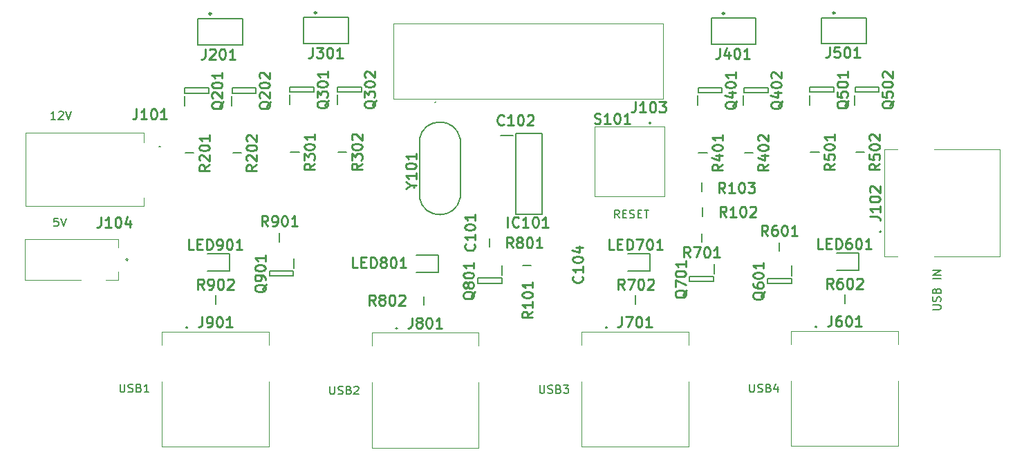
<source format=gbr>
%TF.GenerationSoftware,KiCad,Pcbnew,(5.1.6)-1*%
%TF.CreationDate,2020-10-27T11:33:51-07:00*%
%TF.ProjectId,main,6d61696e-2e6b-4696-9361-645f70636258,rev?*%
%TF.SameCoordinates,Original*%
%TF.FileFunction,Legend,Top*%
%TF.FilePolarity,Positive*%
%FSLAX46Y46*%
G04 Gerber Fmt 4.6, Leading zero omitted, Abs format (unit mm)*
G04 Created by KiCad (PCBNEW (5.1.6)-1) date 2020-10-27 11:33:51*
%MOMM*%
%LPD*%
G01*
G04 APERTURE LIST*
%ADD10C,0.150000*%
%ADD11C,0.200000*%
%ADD12C,0.100000*%
%ADD13C,0.250000*%
%ADD14C,0.254000*%
G04 APERTURE END LIST*
D10*
X186269380Y-114926761D02*
X187078904Y-114926761D01*
X187174142Y-114879142D01*
X187221761Y-114831523D01*
X187269380Y-114736285D01*
X187269380Y-114545809D01*
X187221761Y-114450571D01*
X187174142Y-114402952D01*
X187078904Y-114355333D01*
X186269380Y-114355333D01*
X187221761Y-113926761D02*
X187269380Y-113783904D01*
X187269380Y-113545809D01*
X187221761Y-113450571D01*
X187174142Y-113402952D01*
X187078904Y-113355333D01*
X186983666Y-113355333D01*
X186888428Y-113402952D01*
X186840809Y-113450571D01*
X186793190Y-113545809D01*
X186745571Y-113736285D01*
X186697952Y-113831523D01*
X186650333Y-113879142D01*
X186555095Y-113926761D01*
X186459857Y-113926761D01*
X186364619Y-113879142D01*
X186317000Y-113831523D01*
X186269380Y-113736285D01*
X186269380Y-113498190D01*
X186317000Y-113355333D01*
X186745571Y-112593428D02*
X186793190Y-112450571D01*
X186840809Y-112402952D01*
X186936047Y-112355333D01*
X187078904Y-112355333D01*
X187174142Y-112402952D01*
X187221761Y-112450571D01*
X187269380Y-112545809D01*
X187269380Y-112926761D01*
X186269380Y-112926761D01*
X186269380Y-112593428D01*
X186317000Y-112498190D01*
X186364619Y-112450571D01*
X186459857Y-112402952D01*
X186555095Y-112402952D01*
X186650333Y-112450571D01*
X186697952Y-112498190D01*
X186745571Y-112593428D01*
X186745571Y-112926761D01*
X187269380Y-111164857D02*
X186269380Y-111164857D01*
X187269380Y-110688666D02*
X186269380Y-110688666D01*
X187269380Y-110117238D01*
X186269380Y-110117238D01*
X147899619Y-103703380D02*
X147566285Y-103227190D01*
X147328190Y-103703380D02*
X147328190Y-102703380D01*
X147709142Y-102703380D01*
X147804380Y-102751000D01*
X147852000Y-102798619D01*
X147899619Y-102893857D01*
X147899619Y-103036714D01*
X147852000Y-103131952D01*
X147804380Y-103179571D01*
X147709142Y-103227190D01*
X147328190Y-103227190D01*
X148328190Y-103179571D02*
X148661523Y-103179571D01*
X148804380Y-103703380D02*
X148328190Y-103703380D01*
X148328190Y-102703380D01*
X148804380Y-102703380D01*
X149185333Y-103655761D02*
X149328190Y-103703380D01*
X149566285Y-103703380D01*
X149661523Y-103655761D01*
X149709142Y-103608142D01*
X149756761Y-103512904D01*
X149756761Y-103417666D01*
X149709142Y-103322428D01*
X149661523Y-103274809D01*
X149566285Y-103227190D01*
X149375809Y-103179571D01*
X149280571Y-103131952D01*
X149232952Y-103084333D01*
X149185333Y-102989095D01*
X149185333Y-102893857D01*
X149232952Y-102798619D01*
X149280571Y-102751000D01*
X149375809Y-102703380D01*
X149613904Y-102703380D01*
X149756761Y-102751000D01*
X150185333Y-103179571D02*
X150518666Y-103179571D01*
X150661523Y-103703380D02*
X150185333Y-103703380D01*
X150185333Y-102703380D01*
X150661523Y-102703380D01*
X150947238Y-102703380D02*
X151518666Y-102703380D01*
X151232952Y-103703380D02*
X151232952Y-102703380D01*
X79184523Y-103719380D02*
X78708333Y-103719380D01*
X78660714Y-104195571D01*
X78708333Y-104147952D01*
X78803571Y-104100333D01*
X79041666Y-104100333D01*
X79136904Y-104147952D01*
X79184523Y-104195571D01*
X79232142Y-104290809D01*
X79232142Y-104528904D01*
X79184523Y-104624142D01*
X79136904Y-104671761D01*
X79041666Y-104719380D01*
X78803571Y-104719380D01*
X78708333Y-104671761D01*
X78660714Y-104624142D01*
X79517857Y-103719380D02*
X79851190Y-104719380D01*
X80184523Y-103719380D01*
X78882952Y-91638380D02*
X78311523Y-91638380D01*
X78597238Y-91638380D02*
X78597238Y-90638380D01*
X78502000Y-90781238D01*
X78406761Y-90876476D01*
X78311523Y-90924095D01*
X79263904Y-90733619D02*
X79311523Y-90686000D01*
X79406761Y-90638380D01*
X79644857Y-90638380D01*
X79740095Y-90686000D01*
X79787714Y-90733619D01*
X79835333Y-90828857D01*
X79835333Y-90924095D01*
X79787714Y-91066952D01*
X79216285Y-91638380D01*
X79835333Y-91638380D01*
X80121047Y-90638380D02*
X80454380Y-91638380D01*
X80787714Y-90638380D01*
X163869904Y-124039380D02*
X163869904Y-124848904D01*
X163917523Y-124944142D01*
X163965142Y-124991761D01*
X164060380Y-125039380D01*
X164250857Y-125039380D01*
X164346095Y-124991761D01*
X164393714Y-124944142D01*
X164441333Y-124848904D01*
X164441333Y-124039380D01*
X164869904Y-124991761D02*
X165012761Y-125039380D01*
X165250857Y-125039380D01*
X165346095Y-124991761D01*
X165393714Y-124944142D01*
X165441333Y-124848904D01*
X165441333Y-124753666D01*
X165393714Y-124658428D01*
X165346095Y-124610809D01*
X165250857Y-124563190D01*
X165060380Y-124515571D01*
X164965142Y-124467952D01*
X164917523Y-124420333D01*
X164869904Y-124325095D01*
X164869904Y-124229857D01*
X164917523Y-124134619D01*
X164965142Y-124087000D01*
X165060380Y-124039380D01*
X165298476Y-124039380D01*
X165441333Y-124087000D01*
X166203238Y-124515571D02*
X166346095Y-124563190D01*
X166393714Y-124610809D01*
X166441333Y-124706047D01*
X166441333Y-124848904D01*
X166393714Y-124944142D01*
X166346095Y-124991761D01*
X166250857Y-125039380D01*
X165869904Y-125039380D01*
X165869904Y-124039380D01*
X166203238Y-124039380D01*
X166298476Y-124087000D01*
X166346095Y-124134619D01*
X166393714Y-124229857D01*
X166393714Y-124325095D01*
X166346095Y-124420333D01*
X166298476Y-124467952D01*
X166203238Y-124515571D01*
X165869904Y-124515571D01*
X167298476Y-124372714D02*
X167298476Y-125039380D01*
X167060380Y-123991761D02*
X166822285Y-124706047D01*
X167441333Y-124706047D01*
X138173570Y-124166380D02*
X138173570Y-124975904D01*
X138221189Y-125071142D01*
X138268808Y-125118761D01*
X138364046Y-125166380D01*
X138554523Y-125166380D01*
X138649761Y-125118761D01*
X138697380Y-125071142D01*
X138744999Y-124975904D01*
X138744999Y-124166380D01*
X139173570Y-125118761D02*
X139316427Y-125166380D01*
X139554523Y-125166380D01*
X139649761Y-125118761D01*
X139697380Y-125071142D01*
X139744999Y-124975904D01*
X139744999Y-124880666D01*
X139697380Y-124785428D01*
X139649761Y-124737809D01*
X139554523Y-124690190D01*
X139364046Y-124642571D01*
X139268808Y-124594952D01*
X139221189Y-124547333D01*
X139173570Y-124452095D01*
X139173570Y-124356857D01*
X139221189Y-124261619D01*
X139268808Y-124214000D01*
X139364046Y-124166380D01*
X139602142Y-124166380D01*
X139744999Y-124214000D01*
X140506904Y-124642571D02*
X140649761Y-124690190D01*
X140697380Y-124737809D01*
X140744999Y-124833047D01*
X140744999Y-124975904D01*
X140697380Y-125071142D01*
X140649761Y-125118761D01*
X140554523Y-125166380D01*
X140173570Y-125166380D01*
X140173570Y-124166380D01*
X140506904Y-124166380D01*
X140602142Y-124214000D01*
X140649761Y-124261619D01*
X140697380Y-124356857D01*
X140697380Y-124452095D01*
X140649761Y-124547333D01*
X140602142Y-124594952D01*
X140506904Y-124642571D01*
X140173570Y-124642571D01*
X141078332Y-124166380D02*
X141697380Y-124166380D01*
X141364046Y-124547333D01*
X141506904Y-124547333D01*
X141602142Y-124594952D01*
X141649761Y-124642571D01*
X141697380Y-124737809D01*
X141697380Y-124975904D01*
X141649761Y-125071142D01*
X141602142Y-125118761D01*
X141506904Y-125166380D01*
X141221189Y-125166380D01*
X141125951Y-125118761D01*
X141078332Y-125071142D01*
X112477237Y-124293380D02*
X112477237Y-125102904D01*
X112524856Y-125198142D01*
X112572475Y-125245761D01*
X112667713Y-125293380D01*
X112858190Y-125293380D01*
X112953428Y-125245761D01*
X113001047Y-125198142D01*
X113048666Y-125102904D01*
X113048666Y-124293380D01*
X113477237Y-125245761D02*
X113620094Y-125293380D01*
X113858190Y-125293380D01*
X113953428Y-125245761D01*
X114001047Y-125198142D01*
X114048666Y-125102904D01*
X114048666Y-125007666D01*
X114001047Y-124912428D01*
X113953428Y-124864809D01*
X113858190Y-124817190D01*
X113667713Y-124769571D01*
X113572475Y-124721952D01*
X113524856Y-124674333D01*
X113477237Y-124579095D01*
X113477237Y-124483857D01*
X113524856Y-124388619D01*
X113572475Y-124341000D01*
X113667713Y-124293380D01*
X113905809Y-124293380D01*
X114048666Y-124341000D01*
X114810571Y-124769571D02*
X114953428Y-124817190D01*
X115001047Y-124864809D01*
X115048666Y-124960047D01*
X115048666Y-125102904D01*
X115001047Y-125198142D01*
X114953428Y-125245761D01*
X114858190Y-125293380D01*
X114477237Y-125293380D01*
X114477237Y-124293380D01*
X114810571Y-124293380D01*
X114905809Y-124341000D01*
X114953428Y-124388619D01*
X115001047Y-124483857D01*
X115001047Y-124579095D01*
X114953428Y-124674333D01*
X114905809Y-124721952D01*
X114810571Y-124769571D01*
X114477237Y-124769571D01*
X115429618Y-124388619D02*
X115477237Y-124341000D01*
X115572475Y-124293380D01*
X115810571Y-124293380D01*
X115905809Y-124341000D01*
X115953428Y-124388619D01*
X116001047Y-124483857D01*
X116001047Y-124579095D01*
X115953428Y-124721952D01*
X115381999Y-125293380D01*
X116001047Y-125293380D01*
X86780904Y-124039380D02*
X86780904Y-124848904D01*
X86828523Y-124944142D01*
X86876142Y-124991761D01*
X86971380Y-125039380D01*
X87161857Y-125039380D01*
X87257095Y-124991761D01*
X87304714Y-124944142D01*
X87352333Y-124848904D01*
X87352333Y-124039380D01*
X87780904Y-124991761D02*
X87923761Y-125039380D01*
X88161857Y-125039380D01*
X88257095Y-124991761D01*
X88304714Y-124944142D01*
X88352333Y-124848904D01*
X88352333Y-124753666D01*
X88304714Y-124658428D01*
X88257095Y-124610809D01*
X88161857Y-124563190D01*
X87971380Y-124515571D01*
X87876142Y-124467952D01*
X87828523Y-124420333D01*
X87780904Y-124325095D01*
X87780904Y-124229857D01*
X87828523Y-124134619D01*
X87876142Y-124087000D01*
X87971380Y-124039380D01*
X88209476Y-124039380D01*
X88352333Y-124087000D01*
X89114238Y-124515571D02*
X89257095Y-124563190D01*
X89304714Y-124610809D01*
X89352333Y-124706047D01*
X89352333Y-124848904D01*
X89304714Y-124944142D01*
X89257095Y-124991761D01*
X89161857Y-125039380D01*
X88780904Y-125039380D01*
X88780904Y-124039380D01*
X89114238Y-124039380D01*
X89209476Y-124087000D01*
X89257095Y-124134619D01*
X89304714Y-124229857D01*
X89304714Y-124325095D01*
X89257095Y-124420333D01*
X89209476Y-124467952D01*
X89114238Y-124515571D01*
X88780904Y-124515571D01*
X90304714Y-125039380D02*
X89733285Y-125039380D01*
X90019000Y-125039380D02*
X90019000Y-124039380D01*
X89923761Y-124182238D01*
X89828523Y-124277476D01*
X89733285Y-124325095D01*
D11*
%TO.C,Y101*%
X128433409Y-101223778D02*
G75*
G02*
X123433200Y-101224900I-2500209J465063D01*
G01*
X128433409Y-94026022D02*
G75*
G03*
X123433200Y-94024900I-2500209J-465063D01*
G01*
X128433200Y-94024900D02*
X128433200Y-101224900D01*
X123433200Y-101224900D02*
X123433200Y-94024900D01*
X122864710Y-99990900D02*
G75*
G03*
X122864710Y-99990900I-64510J0D01*
G01*
%TO.C,S101*%
X151774200Y-92074000D02*
G75*
G03*
X151574200Y-92074000I-100000J0D01*
G01*
X151574200Y-92074000D02*
G75*
G03*
X151774200Y-92074000I100000J0D01*
G01*
D12*
X153424200Y-101024000D02*
X144924200Y-101024000D01*
X144924200Y-101024000D02*
X144924200Y-92524000D01*
X144924200Y-92524000D02*
X153424200Y-92524000D01*
X153424200Y-92524000D02*
X153424200Y-101024000D01*
D11*
X151774200Y-92074000D02*
X151774200Y-92074000D01*
X151574200Y-92074000D02*
X151574200Y-92074000D01*
%TO.C,R902*%
X98450400Y-114240800D02*
X98450400Y-113190800D01*
%TO.C,R901*%
X106299000Y-105568900D02*
X106299000Y-106618900D01*
%TO.C,R802*%
X123968933Y-114355100D02*
X123968933Y-113305100D01*
%TO.C,R801*%
X131978400Y-106193100D02*
X131978400Y-107243100D01*
%TO.C,R702*%
X149919265Y-114240800D02*
X149919265Y-113190800D01*
%TO.C,R701*%
X157988000Y-105583500D02*
X157988000Y-106633500D01*
%TO.C,R602*%
X175501300Y-114151900D02*
X175501300Y-113101900D01*
%TO.C,R601*%
X167462200Y-106713800D02*
X167462200Y-107763800D01*
%TO.C,R502*%
X176850300Y-95643700D02*
X177900300Y-95643700D01*
%TO.C,R501*%
X171319600Y-95643700D02*
X172369600Y-95643700D01*
%TO.C,R402*%
X163228600Y-95707200D02*
X164278600Y-95707200D01*
%TO.C,R401*%
X157629000Y-95707200D02*
X158679000Y-95707200D01*
%TO.C,R302*%
X113458400Y-95618300D02*
X114508400Y-95618300D01*
%TO.C,R301*%
X107666400Y-95618300D02*
X108716400Y-95618300D01*
%TO.C,R202*%
X100567900Y-95745300D02*
X101617900Y-95745300D01*
%TO.C,R201*%
X94770500Y-95745300D02*
X95820500Y-95745300D01*
%TO.C,R103*%
X158026100Y-100448600D02*
X158026100Y-99398600D01*
%TO.C,R102*%
X158089600Y-103471200D02*
X158089600Y-102421200D01*
%TO.C,R101*%
X137126200Y-109524800D02*
X136076200Y-109524800D01*
%TO.C,Q901*%
X108030400Y-108652700D02*
X108030400Y-109852700D01*
X105055400Y-110202700D02*
X108005400Y-110202700D01*
X105055400Y-110802700D02*
X105055400Y-110202700D01*
X108005400Y-110802700D02*
X105055400Y-110802700D01*
X108005400Y-110202700D02*
X108005400Y-110802700D01*
%TO.C,Q801*%
X133548933Y-109529000D02*
X133548933Y-110729000D01*
X130573933Y-111079000D02*
X133523933Y-111079000D01*
X130573933Y-111679000D02*
X130573933Y-111079000D01*
X133523933Y-111679000D02*
X130573933Y-111679000D01*
X133523933Y-111079000D02*
X133523933Y-111679000D01*
%TO.C,Q701*%
X159499265Y-109351200D02*
X159499265Y-110551200D01*
X156524265Y-110901200D02*
X159474265Y-110901200D01*
X156524265Y-111501200D02*
X156524265Y-110901200D01*
X159474265Y-111501200D02*
X156524265Y-111501200D01*
X159474265Y-110901200D02*
X159474265Y-111501200D01*
%TO.C,Q601*%
X169028500Y-109554400D02*
X169028500Y-110754400D01*
X166053500Y-111104400D02*
X169003500Y-111104400D01*
X166053500Y-111704400D02*
X166053500Y-111104400D01*
X169003500Y-111704400D02*
X166053500Y-111704400D01*
X169003500Y-111104400D02*
X169003500Y-111704400D01*
%TO.C,Q502*%
X176750700Y-89848300D02*
X176750700Y-88648300D01*
X179725700Y-88298300D02*
X176775700Y-88298300D01*
X179725700Y-87698300D02*
X179725700Y-88298300D01*
X176775700Y-87698300D02*
X179725700Y-87698300D01*
X176775700Y-88298300D02*
X176775700Y-87698300D01*
%TO.C,Q501*%
X171220000Y-89848300D02*
X171220000Y-88648300D01*
X174195000Y-88298300D02*
X171245000Y-88298300D01*
X174195000Y-87698300D02*
X174195000Y-88298300D01*
X171245000Y-87698300D02*
X174195000Y-87698300D01*
X171245000Y-88298300D02*
X171245000Y-87698300D01*
%TO.C,Q402*%
X163129000Y-89911800D02*
X163129000Y-88711800D01*
X166104000Y-88361800D02*
X163154000Y-88361800D01*
X166104000Y-87761800D02*
X166104000Y-88361800D01*
X163154000Y-87761800D02*
X166104000Y-87761800D01*
X163154000Y-88361800D02*
X163154000Y-87761800D01*
%TO.C,Q401*%
X157529400Y-89911800D02*
X157529400Y-88711800D01*
X160504400Y-88361800D02*
X157554400Y-88361800D01*
X160504400Y-87761800D02*
X160504400Y-88361800D01*
X157554400Y-87761800D02*
X160504400Y-87761800D01*
X157554400Y-88361800D02*
X157554400Y-87761800D01*
%TO.C,Q302*%
X113358800Y-89822900D02*
X113358800Y-88622900D01*
X116333800Y-88272900D02*
X113383800Y-88272900D01*
X116333800Y-87672900D02*
X116333800Y-88272900D01*
X113383800Y-87672900D02*
X116333800Y-87672900D01*
X113383800Y-88272900D02*
X113383800Y-87672900D01*
%TO.C,Q301*%
X107566800Y-89822900D02*
X107566800Y-88622900D01*
X110541800Y-88272900D02*
X107591800Y-88272900D01*
X110541800Y-87672900D02*
X110541800Y-88272900D01*
X107591800Y-87672900D02*
X110541800Y-87672900D01*
X107591800Y-88272900D02*
X107591800Y-87672900D01*
%TO.C,Q202*%
X100468300Y-89949900D02*
X100468300Y-88749900D01*
X103443300Y-88399900D02*
X100493300Y-88399900D01*
X103443300Y-87799900D02*
X103443300Y-88399900D01*
X100493300Y-87799900D02*
X103443300Y-87799900D01*
X100493300Y-88399900D02*
X100493300Y-87799900D01*
%TO.C,Q201*%
X94670900Y-89949900D02*
X94670900Y-88749900D01*
X97645900Y-88399900D02*
X94695900Y-88399900D01*
X97645900Y-87799900D02*
X97645900Y-88399900D01*
X94695900Y-87799900D02*
X97645900Y-87799900D01*
X94695900Y-88399900D02*
X94695900Y-87799900D01*
%TO.C,LED901*%
X100200400Y-108119200D02*
X97500400Y-108119200D01*
X100200400Y-110219200D02*
X100200400Y-108119200D01*
X97500400Y-110219200D02*
X100200400Y-110219200D01*
%TO.C,LED801*%
X125718933Y-108233500D02*
X123018933Y-108233500D01*
X125718933Y-110333500D02*
X125718933Y-108233500D01*
X123018933Y-110333500D02*
X125718933Y-110333500D01*
%TO.C,LED701*%
X151669265Y-108119200D02*
X148969265Y-108119200D01*
X151669265Y-110219200D02*
X151669265Y-108119200D01*
X148969265Y-110219200D02*
X151669265Y-110219200D01*
%TO.C,LED601*%
X177251300Y-108030300D02*
X174551300Y-108030300D01*
X177251300Y-110130300D02*
X177251300Y-108030300D01*
X174551300Y-110130300D02*
X177251300Y-110130300D01*
%TO.C,J901*%
X94850400Y-117121100D02*
G75*
G03*
X95050400Y-117121100I100000J0D01*
G01*
X95050400Y-117121100D02*
G75*
G03*
X94850400Y-117121100I-100000J0D01*
G01*
X95050400Y-117121100D02*
X95050400Y-117121100D01*
X94850400Y-117121100D02*
X94850400Y-117121100D01*
D12*
X105000400Y-117621100D02*
X105000400Y-119221100D01*
X91900400Y-117621100D02*
X105000400Y-117621100D01*
X91900400Y-119221100D02*
X91900400Y-117621100D01*
X105000400Y-131721100D02*
X105000400Y-123721100D01*
X91900400Y-131721100D02*
X105000400Y-131721100D01*
X91900400Y-123721100D02*
X91900400Y-131721100D01*
D11*
%TO.C,J801*%
X120534033Y-117235400D02*
G75*
G03*
X120734033Y-117235400I100000J0D01*
G01*
X120734033Y-117235400D02*
G75*
G03*
X120534033Y-117235400I-100000J0D01*
G01*
X120734033Y-117235400D02*
X120734033Y-117235400D01*
X120534033Y-117235400D02*
X120534033Y-117235400D01*
D12*
X130684033Y-117735400D02*
X130684033Y-119335400D01*
X117584033Y-117735400D02*
X130684033Y-117735400D01*
X117584033Y-119335400D02*
X117584033Y-117735400D01*
X130684033Y-131835400D02*
X130684033Y-123835400D01*
X117584033Y-131835400D02*
X130684033Y-131835400D01*
X117584033Y-123835400D02*
X117584033Y-131835400D01*
D11*
%TO.C,J701*%
X146217666Y-117121100D02*
G75*
G03*
X146417666Y-117121100I100000J0D01*
G01*
X146417666Y-117121100D02*
G75*
G03*
X146217666Y-117121100I-100000J0D01*
G01*
X146417666Y-117121100D02*
X146417666Y-117121100D01*
X146217666Y-117121100D02*
X146217666Y-117121100D01*
D12*
X156367666Y-117621100D02*
X156367666Y-119221100D01*
X143267666Y-117621100D02*
X156367666Y-117621100D01*
X143267666Y-119221100D02*
X143267666Y-117621100D01*
X156367666Y-131721100D02*
X156367666Y-123721100D01*
X143267666Y-131721100D02*
X156367666Y-131721100D01*
X143267666Y-123721100D02*
X143267666Y-131721100D01*
D11*
%TO.C,J601*%
X171901300Y-117032200D02*
G75*
G03*
X172101300Y-117032200I100000J0D01*
G01*
X172101300Y-117032200D02*
G75*
G03*
X171901300Y-117032200I-100000J0D01*
G01*
X172101300Y-117032200D02*
X172101300Y-117032200D01*
X171901300Y-117032200D02*
X171901300Y-117032200D01*
D12*
X182051300Y-117532200D02*
X182051300Y-119132200D01*
X168951300Y-117532200D02*
X182051300Y-117532200D01*
X168951300Y-119132200D02*
X168951300Y-117532200D01*
X182051300Y-131632200D02*
X182051300Y-123632200D01*
X168951300Y-131632200D02*
X182051300Y-131632200D01*
X168951300Y-123632200D02*
X168951300Y-131632200D01*
D11*
%TO.C,J501*%
X172687800Y-79166500D02*
X178187800Y-79166500D01*
X172687800Y-82366500D02*
X178187800Y-82366500D01*
X172687800Y-82366500D02*
X172687800Y-79166500D01*
X178187800Y-82366500D02*
X178187800Y-79166500D01*
D13*
X174312800Y-78591500D02*
G75*
G03*
X174312800Y-78591500I-125000J0D01*
G01*
D11*
%TO.C,J401*%
X159155000Y-79230000D02*
X164655000Y-79230000D01*
X159155000Y-82430000D02*
X164655000Y-82430000D01*
X159155000Y-82430000D02*
X159155000Y-79230000D01*
X164655000Y-82430000D02*
X164655000Y-79230000D01*
D13*
X160780000Y-78655000D02*
G75*
G03*
X160780000Y-78655000I-125000J0D01*
G01*
D11*
%TO.C,J301*%
X109205900Y-79141100D02*
X114705900Y-79141100D01*
X109205900Y-82341100D02*
X114705900Y-82341100D01*
X109205900Y-82341100D02*
X109205900Y-79141100D01*
X114705900Y-82341100D02*
X114705900Y-79141100D01*
D13*
X110830900Y-78566100D02*
G75*
G03*
X110830900Y-78566100I-125000J0D01*
G01*
D11*
%TO.C,J201*%
X96310000Y-79268100D02*
X101810000Y-79268100D01*
X96310000Y-82468100D02*
X101810000Y-82468100D01*
X96310000Y-82468100D02*
X96310000Y-79268100D01*
X101810000Y-82468100D02*
X101810000Y-79268100D01*
D13*
X97935000Y-78693100D02*
G75*
G03*
X97935000Y-78693100I-125000J0D01*
G01*
D11*
%TO.C,J104*%
X87612400Y-108700900D02*
G75*
G03*
X87612400Y-108900900I0J-100000D01*
G01*
X87612400Y-108900900D02*
G75*
G03*
X87612400Y-108700900I0J100000D01*
G01*
D12*
X86512400Y-107300900D02*
X86512400Y-106300900D01*
X86512400Y-106300900D02*
X75112400Y-106300900D01*
X75112400Y-106300900D02*
X75112400Y-111300900D01*
X75112400Y-111300900D02*
X82012400Y-111300900D01*
X85012400Y-111300900D02*
X86512400Y-111300900D01*
X86512400Y-111300900D02*
X86512400Y-110300900D01*
D11*
X87612400Y-108700900D02*
X87612400Y-108700900D01*
X87612400Y-108900900D02*
X87612400Y-108900900D01*
D12*
%TO.C,J103*%
X120256300Y-79845400D02*
X153276300Y-79845400D01*
X153276300Y-79845400D02*
X153276300Y-89115400D01*
X153276300Y-89115400D02*
X120256300Y-89115400D01*
X120256300Y-89115400D02*
X120256300Y-79845400D01*
D11*
X125386300Y-89500400D02*
G75*
G03*
X125386300Y-89500400I-50000J0D01*
G01*
%TO.C,J102*%
X179871800Y-105479400D02*
G75*
G03*
X179871800Y-105279400I0J100000D01*
G01*
X179871800Y-105279400D02*
G75*
G03*
X179871800Y-105479400I0J-100000D01*
G01*
X179871800Y-105279400D02*
X179871800Y-105279400D01*
X179871800Y-105479400D02*
X179871800Y-105479400D01*
D12*
X180371800Y-95329400D02*
X181971800Y-95329400D01*
X180371800Y-108429400D02*
X180371800Y-95329400D01*
X181971800Y-108429400D02*
X180371800Y-108429400D01*
X194471800Y-95329400D02*
X186471800Y-95329400D01*
X194471800Y-108429400D02*
X194471800Y-95329400D01*
X186471800Y-108429400D02*
X194471800Y-108429400D01*
D11*
%TO.C,J101*%
X91687300Y-94939200D02*
G75*
G02*
X91587300Y-94939200I-50000J0D01*
G01*
X91587300Y-94939200D02*
G75*
G02*
X91687300Y-94939200I50000J0D01*
G01*
X91687300Y-94939200D02*
G75*
G02*
X91587300Y-94939200I-50000J0D01*
G01*
D12*
X89687300Y-94489200D02*
X89687300Y-94489200D01*
X89687300Y-94489200D02*
X89687300Y-93239200D01*
X89687300Y-93239200D02*
X89687300Y-93239200D01*
X89687300Y-93239200D02*
X89687300Y-94489200D01*
X89687300Y-93239200D02*
X75187300Y-93239200D01*
X75187300Y-93239200D02*
X75187300Y-93239200D01*
X75187300Y-93239200D02*
X89687300Y-93239200D01*
X89687300Y-93239200D02*
X89687300Y-93239200D01*
X75187300Y-93239200D02*
X75187300Y-93239200D01*
X75187300Y-93239200D02*
X75187300Y-102239200D01*
X75187300Y-102239200D02*
X75187300Y-102239200D01*
X75187300Y-102239200D02*
X75187300Y-93239200D01*
X75187300Y-102239200D02*
X89687300Y-102239200D01*
X89687300Y-102239200D02*
X89687300Y-102239200D01*
X89687300Y-102239200D02*
X75187300Y-102239200D01*
X75187300Y-102239200D02*
X75187300Y-102239200D01*
X89687300Y-102239200D02*
X89687300Y-102239200D01*
X89687300Y-102239200D02*
X89687300Y-101239200D01*
X89687300Y-101239200D02*
X89687300Y-101239200D01*
X89687300Y-101239200D02*
X89687300Y-102239200D01*
D11*
X91587300Y-94939200D02*
X91587300Y-94939200D01*
X91687300Y-94939200D02*
X91687300Y-94939200D01*
X91587300Y-94939200D02*
X91587300Y-94939200D01*
%TO.C,IC101*%
X135217100Y-93348000D02*
X138417100Y-93348000D01*
X138417100Y-93348000D02*
X138417100Y-103248000D01*
X138417100Y-103248000D02*
X135217100Y-103248000D01*
X135217100Y-103248000D02*
X135217100Y-93348000D01*
X133342100Y-93568000D02*
X134867100Y-93568000D01*
%TO.C,Y101*%
D14*
X122400961Y-99693185D02*
X123005723Y-99693185D01*
X121735723Y-100116519D02*
X122400961Y-99693185D01*
X121735723Y-99269852D01*
X123005723Y-98181280D02*
X123005723Y-98906995D01*
X123005723Y-98544138D02*
X121735723Y-98544138D01*
X121917152Y-98665090D01*
X122038104Y-98786042D01*
X122098580Y-98906995D01*
X121735723Y-97395090D02*
X121735723Y-97274138D01*
X121796200Y-97153185D01*
X121856676Y-97092709D01*
X121977628Y-97032233D01*
X122219533Y-96971757D01*
X122521914Y-96971757D01*
X122763819Y-97032233D01*
X122884771Y-97092709D01*
X122945247Y-97153185D01*
X123005723Y-97274138D01*
X123005723Y-97395090D01*
X122945247Y-97516042D01*
X122884771Y-97576519D01*
X122763819Y-97636995D01*
X122521914Y-97697471D01*
X122219533Y-97697471D01*
X121977628Y-97636995D01*
X121856676Y-97576519D01*
X121796200Y-97516042D01*
X121735723Y-97395090D01*
X123005723Y-95762233D02*
X123005723Y-96487947D01*
X123005723Y-96125090D02*
X121735723Y-96125090D01*
X121917152Y-96246042D01*
X122038104Y-96366995D01*
X122098580Y-96487947D01*
%TO.C,S101*%
X144876157Y-92093747D02*
X145057585Y-92154223D01*
X145359966Y-92154223D01*
X145480919Y-92093747D01*
X145541395Y-92033271D01*
X145601871Y-91912319D01*
X145601871Y-91791366D01*
X145541395Y-91670414D01*
X145480919Y-91609938D01*
X145359966Y-91549461D01*
X145118061Y-91488985D01*
X144997109Y-91428509D01*
X144936633Y-91368033D01*
X144876157Y-91247080D01*
X144876157Y-91126128D01*
X144936633Y-91005176D01*
X144997109Y-90944700D01*
X145118061Y-90884223D01*
X145420442Y-90884223D01*
X145601871Y-90944700D01*
X146811395Y-92154223D02*
X146085680Y-92154223D01*
X146448538Y-92154223D02*
X146448538Y-90884223D01*
X146327585Y-91065652D01*
X146206633Y-91186604D01*
X146085680Y-91247080D01*
X147597585Y-90884223D02*
X147718538Y-90884223D01*
X147839490Y-90944700D01*
X147899966Y-91005176D01*
X147960442Y-91126128D01*
X148020919Y-91368033D01*
X148020919Y-91670414D01*
X147960442Y-91912319D01*
X147899966Y-92033271D01*
X147839490Y-92093747D01*
X147718538Y-92154223D01*
X147597585Y-92154223D01*
X147476633Y-92093747D01*
X147416157Y-92033271D01*
X147355680Y-91912319D01*
X147295204Y-91670414D01*
X147295204Y-91368033D01*
X147355680Y-91126128D01*
X147416157Y-91005176D01*
X147476633Y-90944700D01*
X147597585Y-90884223D01*
X149230442Y-92154223D02*
X148504728Y-92154223D01*
X148867585Y-92154223D02*
X148867585Y-90884223D01*
X148746633Y-91065652D01*
X148625680Y-91186604D01*
X148504728Y-91247080D01*
%TO.C,R902*%
X97029209Y-112448823D02*
X96605876Y-111844061D01*
X96303495Y-112448823D02*
X96303495Y-111178823D01*
X96787304Y-111178823D01*
X96908257Y-111239300D01*
X96968733Y-111299776D01*
X97029209Y-111420728D01*
X97029209Y-111602157D01*
X96968733Y-111723109D01*
X96908257Y-111783585D01*
X96787304Y-111844061D01*
X96303495Y-111844061D01*
X97633971Y-112448823D02*
X97875876Y-112448823D01*
X97996828Y-112388347D01*
X98057304Y-112327871D01*
X98178257Y-112146442D01*
X98238733Y-111904538D01*
X98238733Y-111420728D01*
X98178257Y-111299776D01*
X98117780Y-111239300D01*
X97996828Y-111178823D01*
X97754923Y-111178823D01*
X97633971Y-111239300D01*
X97573495Y-111299776D01*
X97513019Y-111420728D01*
X97513019Y-111723109D01*
X97573495Y-111844061D01*
X97633971Y-111904538D01*
X97754923Y-111965014D01*
X97996828Y-111965014D01*
X98117780Y-111904538D01*
X98178257Y-111844061D01*
X98238733Y-111723109D01*
X99024923Y-111178823D02*
X99145876Y-111178823D01*
X99266828Y-111239300D01*
X99327304Y-111299776D01*
X99387780Y-111420728D01*
X99448257Y-111662633D01*
X99448257Y-111965014D01*
X99387780Y-112206919D01*
X99327304Y-112327871D01*
X99266828Y-112388347D01*
X99145876Y-112448823D01*
X99024923Y-112448823D01*
X98903971Y-112388347D01*
X98843495Y-112327871D01*
X98783019Y-112206919D01*
X98722542Y-111965014D01*
X98722542Y-111662633D01*
X98783019Y-111420728D01*
X98843495Y-111299776D01*
X98903971Y-111239300D01*
X99024923Y-111178823D01*
X99932066Y-111299776D02*
X99992542Y-111239300D01*
X100113495Y-111178823D01*
X100415876Y-111178823D01*
X100536828Y-111239300D01*
X100597304Y-111299776D01*
X100657780Y-111420728D01*
X100657780Y-111541680D01*
X100597304Y-111723109D01*
X99871590Y-112448823D01*
X100657780Y-112448823D01*
%TO.C,R901*%
X104865109Y-104701823D02*
X104441776Y-104097061D01*
X104139395Y-104701823D02*
X104139395Y-103431823D01*
X104623204Y-103431823D01*
X104744157Y-103492300D01*
X104804633Y-103552776D01*
X104865109Y-103673728D01*
X104865109Y-103855157D01*
X104804633Y-103976109D01*
X104744157Y-104036585D01*
X104623204Y-104097061D01*
X104139395Y-104097061D01*
X105469871Y-104701823D02*
X105711776Y-104701823D01*
X105832728Y-104641347D01*
X105893204Y-104580871D01*
X106014157Y-104399442D01*
X106074633Y-104157538D01*
X106074633Y-103673728D01*
X106014157Y-103552776D01*
X105953680Y-103492300D01*
X105832728Y-103431823D01*
X105590823Y-103431823D01*
X105469871Y-103492300D01*
X105409395Y-103552776D01*
X105348919Y-103673728D01*
X105348919Y-103976109D01*
X105409395Y-104097061D01*
X105469871Y-104157538D01*
X105590823Y-104218014D01*
X105832728Y-104218014D01*
X105953680Y-104157538D01*
X106014157Y-104097061D01*
X106074633Y-103976109D01*
X106860823Y-103431823D02*
X106981776Y-103431823D01*
X107102728Y-103492300D01*
X107163204Y-103552776D01*
X107223680Y-103673728D01*
X107284157Y-103915633D01*
X107284157Y-104218014D01*
X107223680Y-104459919D01*
X107163204Y-104580871D01*
X107102728Y-104641347D01*
X106981776Y-104701823D01*
X106860823Y-104701823D01*
X106739871Y-104641347D01*
X106679395Y-104580871D01*
X106618919Y-104459919D01*
X106558442Y-104218014D01*
X106558442Y-103915633D01*
X106618919Y-103673728D01*
X106679395Y-103552776D01*
X106739871Y-103492300D01*
X106860823Y-103431823D01*
X108493680Y-104701823D02*
X107767966Y-104701823D01*
X108130823Y-104701823D02*
X108130823Y-103431823D01*
X108009871Y-103613252D01*
X107888919Y-103734204D01*
X107767966Y-103794680D01*
%TO.C,R802*%
X118022309Y-114391923D02*
X117598976Y-113787161D01*
X117296595Y-114391923D02*
X117296595Y-113121923D01*
X117780404Y-113121923D01*
X117901357Y-113182400D01*
X117961833Y-113242876D01*
X118022309Y-113363828D01*
X118022309Y-113545257D01*
X117961833Y-113666209D01*
X117901357Y-113726685D01*
X117780404Y-113787161D01*
X117296595Y-113787161D01*
X118748023Y-113666209D02*
X118627071Y-113605733D01*
X118566595Y-113545257D01*
X118506119Y-113424304D01*
X118506119Y-113363828D01*
X118566595Y-113242876D01*
X118627071Y-113182400D01*
X118748023Y-113121923D01*
X118989928Y-113121923D01*
X119110880Y-113182400D01*
X119171357Y-113242876D01*
X119231833Y-113363828D01*
X119231833Y-113424304D01*
X119171357Y-113545257D01*
X119110880Y-113605733D01*
X118989928Y-113666209D01*
X118748023Y-113666209D01*
X118627071Y-113726685D01*
X118566595Y-113787161D01*
X118506119Y-113908114D01*
X118506119Y-114150019D01*
X118566595Y-114270971D01*
X118627071Y-114331447D01*
X118748023Y-114391923D01*
X118989928Y-114391923D01*
X119110880Y-114331447D01*
X119171357Y-114270971D01*
X119231833Y-114150019D01*
X119231833Y-113908114D01*
X119171357Y-113787161D01*
X119110880Y-113726685D01*
X118989928Y-113666209D01*
X120018023Y-113121923D02*
X120138976Y-113121923D01*
X120259928Y-113182400D01*
X120320404Y-113242876D01*
X120380880Y-113363828D01*
X120441357Y-113605733D01*
X120441357Y-113908114D01*
X120380880Y-114150019D01*
X120320404Y-114270971D01*
X120259928Y-114331447D01*
X120138976Y-114391923D01*
X120018023Y-114391923D01*
X119897071Y-114331447D01*
X119836595Y-114270971D01*
X119776119Y-114150019D01*
X119715642Y-113908114D01*
X119715642Y-113605733D01*
X119776119Y-113363828D01*
X119836595Y-113242876D01*
X119897071Y-113182400D01*
X120018023Y-113121923D01*
X120925166Y-113242876D02*
X120985642Y-113182400D01*
X121106595Y-113121923D01*
X121408976Y-113121923D01*
X121529928Y-113182400D01*
X121590404Y-113242876D01*
X121650880Y-113363828D01*
X121650880Y-113484780D01*
X121590404Y-113666209D01*
X120864690Y-114391923D01*
X121650880Y-114391923D01*
%TO.C,R801*%
X134862509Y-107356123D02*
X134439176Y-106751361D01*
X134136795Y-107356123D02*
X134136795Y-106086123D01*
X134620604Y-106086123D01*
X134741557Y-106146600D01*
X134802033Y-106207076D01*
X134862509Y-106328028D01*
X134862509Y-106509457D01*
X134802033Y-106630409D01*
X134741557Y-106690885D01*
X134620604Y-106751361D01*
X134136795Y-106751361D01*
X135588223Y-106630409D02*
X135467271Y-106569933D01*
X135406795Y-106509457D01*
X135346319Y-106388504D01*
X135346319Y-106328028D01*
X135406795Y-106207076D01*
X135467271Y-106146600D01*
X135588223Y-106086123D01*
X135830128Y-106086123D01*
X135951080Y-106146600D01*
X136011557Y-106207076D01*
X136072033Y-106328028D01*
X136072033Y-106388504D01*
X136011557Y-106509457D01*
X135951080Y-106569933D01*
X135830128Y-106630409D01*
X135588223Y-106630409D01*
X135467271Y-106690885D01*
X135406795Y-106751361D01*
X135346319Y-106872314D01*
X135346319Y-107114219D01*
X135406795Y-107235171D01*
X135467271Y-107295647D01*
X135588223Y-107356123D01*
X135830128Y-107356123D01*
X135951080Y-107295647D01*
X136011557Y-107235171D01*
X136072033Y-107114219D01*
X136072033Y-106872314D01*
X136011557Y-106751361D01*
X135951080Y-106690885D01*
X135830128Y-106630409D01*
X136858223Y-106086123D02*
X136979176Y-106086123D01*
X137100128Y-106146600D01*
X137160604Y-106207076D01*
X137221080Y-106328028D01*
X137281557Y-106569933D01*
X137281557Y-106872314D01*
X137221080Y-107114219D01*
X137160604Y-107235171D01*
X137100128Y-107295647D01*
X136979176Y-107356123D01*
X136858223Y-107356123D01*
X136737271Y-107295647D01*
X136676795Y-107235171D01*
X136616319Y-107114219D01*
X136555842Y-106872314D01*
X136555842Y-106569933D01*
X136616319Y-106328028D01*
X136676795Y-106207076D01*
X136737271Y-106146600D01*
X136858223Y-106086123D01*
X138491080Y-107356123D02*
X137765366Y-107356123D01*
X138128223Y-107356123D02*
X138128223Y-106086123D01*
X138007271Y-106267552D01*
X137886319Y-106388504D01*
X137765366Y-106448980D01*
%TO.C,R702*%
X148498074Y-112448823D02*
X148074741Y-111844061D01*
X147772360Y-112448823D02*
X147772360Y-111178823D01*
X148256169Y-111178823D01*
X148377122Y-111239300D01*
X148437598Y-111299776D01*
X148498074Y-111420728D01*
X148498074Y-111602157D01*
X148437598Y-111723109D01*
X148377122Y-111783585D01*
X148256169Y-111844061D01*
X147772360Y-111844061D01*
X148921407Y-111178823D02*
X149768074Y-111178823D01*
X149223788Y-112448823D01*
X150493788Y-111178823D02*
X150614741Y-111178823D01*
X150735693Y-111239300D01*
X150796169Y-111299776D01*
X150856645Y-111420728D01*
X150917122Y-111662633D01*
X150917122Y-111965014D01*
X150856645Y-112206919D01*
X150796169Y-112327871D01*
X150735693Y-112388347D01*
X150614741Y-112448823D01*
X150493788Y-112448823D01*
X150372836Y-112388347D01*
X150312360Y-112327871D01*
X150251884Y-112206919D01*
X150191407Y-111965014D01*
X150191407Y-111662633D01*
X150251884Y-111420728D01*
X150312360Y-111299776D01*
X150372836Y-111239300D01*
X150493788Y-111178823D01*
X151400931Y-111299776D02*
X151461407Y-111239300D01*
X151582360Y-111178823D01*
X151884741Y-111178823D01*
X152005693Y-111239300D01*
X152066169Y-111299776D01*
X152126645Y-111420728D01*
X152126645Y-111541680D01*
X152066169Y-111723109D01*
X151340455Y-112448823D01*
X152126645Y-112448823D01*
%TO.C,R701*%
X156566809Y-108524523D02*
X156143476Y-107919761D01*
X155841095Y-108524523D02*
X155841095Y-107254523D01*
X156324904Y-107254523D01*
X156445857Y-107315000D01*
X156506333Y-107375476D01*
X156566809Y-107496428D01*
X156566809Y-107677857D01*
X156506333Y-107798809D01*
X156445857Y-107859285D01*
X156324904Y-107919761D01*
X155841095Y-107919761D01*
X156990142Y-107254523D02*
X157836809Y-107254523D01*
X157292523Y-108524523D01*
X158562523Y-107254523D02*
X158683476Y-107254523D01*
X158804428Y-107315000D01*
X158864904Y-107375476D01*
X158925380Y-107496428D01*
X158985857Y-107738333D01*
X158985857Y-108040714D01*
X158925380Y-108282619D01*
X158864904Y-108403571D01*
X158804428Y-108464047D01*
X158683476Y-108524523D01*
X158562523Y-108524523D01*
X158441571Y-108464047D01*
X158381095Y-108403571D01*
X158320619Y-108282619D01*
X158260142Y-108040714D01*
X158260142Y-107738333D01*
X158320619Y-107496428D01*
X158381095Y-107375476D01*
X158441571Y-107315000D01*
X158562523Y-107254523D01*
X160195380Y-108524523D02*
X159469666Y-108524523D01*
X159832523Y-108524523D02*
X159832523Y-107254523D01*
X159711571Y-107435952D01*
X159590619Y-107556904D01*
X159469666Y-107617380D01*
%TO.C,R602*%
X174080109Y-112359923D02*
X173656776Y-111755161D01*
X173354395Y-112359923D02*
X173354395Y-111089923D01*
X173838204Y-111089923D01*
X173959157Y-111150400D01*
X174019633Y-111210876D01*
X174080109Y-111331828D01*
X174080109Y-111513257D01*
X174019633Y-111634209D01*
X173959157Y-111694685D01*
X173838204Y-111755161D01*
X173354395Y-111755161D01*
X175168680Y-111089923D02*
X174926776Y-111089923D01*
X174805823Y-111150400D01*
X174745347Y-111210876D01*
X174624395Y-111392304D01*
X174563919Y-111634209D01*
X174563919Y-112118019D01*
X174624395Y-112238971D01*
X174684871Y-112299447D01*
X174805823Y-112359923D01*
X175047728Y-112359923D01*
X175168680Y-112299447D01*
X175229157Y-112238971D01*
X175289633Y-112118019D01*
X175289633Y-111815638D01*
X175229157Y-111694685D01*
X175168680Y-111634209D01*
X175047728Y-111573733D01*
X174805823Y-111573733D01*
X174684871Y-111634209D01*
X174624395Y-111694685D01*
X174563919Y-111815638D01*
X176075823Y-111089923D02*
X176196776Y-111089923D01*
X176317728Y-111150400D01*
X176378204Y-111210876D01*
X176438680Y-111331828D01*
X176499157Y-111573733D01*
X176499157Y-111876114D01*
X176438680Y-112118019D01*
X176378204Y-112238971D01*
X176317728Y-112299447D01*
X176196776Y-112359923D01*
X176075823Y-112359923D01*
X175954871Y-112299447D01*
X175894395Y-112238971D01*
X175833919Y-112118019D01*
X175773442Y-111876114D01*
X175773442Y-111573733D01*
X175833919Y-111331828D01*
X175894395Y-111210876D01*
X175954871Y-111150400D01*
X176075823Y-111089923D01*
X176982966Y-111210876D02*
X177043442Y-111150400D01*
X177164395Y-111089923D01*
X177466776Y-111089923D01*
X177587728Y-111150400D01*
X177648204Y-111210876D01*
X177708680Y-111331828D01*
X177708680Y-111452780D01*
X177648204Y-111634209D01*
X176922490Y-112359923D01*
X177708680Y-112359923D01*
%TO.C,R601*%
X166091809Y-105870223D02*
X165668476Y-105265461D01*
X165366095Y-105870223D02*
X165366095Y-104600223D01*
X165849904Y-104600223D01*
X165970857Y-104660700D01*
X166031333Y-104721176D01*
X166091809Y-104842128D01*
X166091809Y-105023557D01*
X166031333Y-105144509D01*
X165970857Y-105204985D01*
X165849904Y-105265461D01*
X165366095Y-105265461D01*
X167180380Y-104600223D02*
X166938476Y-104600223D01*
X166817523Y-104660700D01*
X166757047Y-104721176D01*
X166636095Y-104902604D01*
X166575619Y-105144509D01*
X166575619Y-105628319D01*
X166636095Y-105749271D01*
X166696571Y-105809747D01*
X166817523Y-105870223D01*
X167059428Y-105870223D01*
X167180380Y-105809747D01*
X167240857Y-105749271D01*
X167301333Y-105628319D01*
X167301333Y-105325938D01*
X167240857Y-105204985D01*
X167180380Y-105144509D01*
X167059428Y-105084033D01*
X166817523Y-105084033D01*
X166696571Y-105144509D01*
X166636095Y-105204985D01*
X166575619Y-105325938D01*
X168087523Y-104600223D02*
X168208476Y-104600223D01*
X168329428Y-104660700D01*
X168389904Y-104721176D01*
X168450380Y-104842128D01*
X168510857Y-105084033D01*
X168510857Y-105386414D01*
X168450380Y-105628319D01*
X168389904Y-105749271D01*
X168329428Y-105809747D01*
X168208476Y-105870223D01*
X168087523Y-105870223D01*
X167966571Y-105809747D01*
X167906095Y-105749271D01*
X167845619Y-105628319D01*
X167785142Y-105386414D01*
X167785142Y-105084033D01*
X167845619Y-104842128D01*
X167906095Y-104721176D01*
X167966571Y-104660700D01*
X168087523Y-104600223D01*
X169720380Y-105870223D02*
X168994666Y-105870223D01*
X169357523Y-105870223D02*
X169357523Y-104600223D01*
X169236571Y-104781652D01*
X169115619Y-104902604D01*
X168994666Y-104963080D01*
%TO.C,R502*%
X179791323Y-97064890D02*
X179186561Y-97488223D01*
X179791323Y-97790604D02*
X178521323Y-97790604D01*
X178521323Y-97306795D01*
X178581800Y-97185842D01*
X178642276Y-97125366D01*
X178763228Y-97064890D01*
X178944657Y-97064890D01*
X179065609Y-97125366D01*
X179126085Y-97185842D01*
X179186561Y-97306795D01*
X179186561Y-97790604D01*
X178521323Y-95915842D02*
X178521323Y-96520604D01*
X179126085Y-96581080D01*
X179065609Y-96520604D01*
X179005133Y-96399652D01*
X179005133Y-96097271D01*
X179065609Y-95976319D01*
X179126085Y-95915842D01*
X179247038Y-95855366D01*
X179549419Y-95855366D01*
X179670371Y-95915842D01*
X179730847Y-95976319D01*
X179791323Y-96097271D01*
X179791323Y-96399652D01*
X179730847Y-96520604D01*
X179670371Y-96581080D01*
X178521323Y-95069176D02*
X178521323Y-94948223D01*
X178581800Y-94827271D01*
X178642276Y-94766795D01*
X178763228Y-94706319D01*
X179005133Y-94645842D01*
X179307514Y-94645842D01*
X179549419Y-94706319D01*
X179670371Y-94766795D01*
X179730847Y-94827271D01*
X179791323Y-94948223D01*
X179791323Y-95069176D01*
X179730847Y-95190128D01*
X179670371Y-95250604D01*
X179549419Y-95311080D01*
X179307514Y-95371557D01*
X179005133Y-95371557D01*
X178763228Y-95311080D01*
X178642276Y-95250604D01*
X178581800Y-95190128D01*
X178521323Y-95069176D01*
X178642276Y-94162033D02*
X178581800Y-94101557D01*
X178521323Y-93980604D01*
X178521323Y-93678223D01*
X178581800Y-93557271D01*
X178642276Y-93496795D01*
X178763228Y-93436319D01*
X178884180Y-93436319D01*
X179065609Y-93496795D01*
X179791323Y-94222509D01*
X179791323Y-93436319D01*
%TO.C,R501*%
X174260623Y-97064890D02*
X173655861Y-97488223D01*
X174260623Y-97790604D02*
X172990623Y-97790604D01*
X172990623Y-97306795D01*
X173051100Y-97185842D01*
X173111576Y-97125366D01*
X173232528Y-97064890D01*
X173413957Y-97064890D01*
X173534909Y-97125366D01*
X173595385Y-97185842D01*
X173655861Y-97306795D01*
X173655861Y-97790604D01*
X172990623Y-95915842D02*
X172990623Y-96520604D01*
X173595385Y-96581080D01*
X173534909Y-96520604D01*
X173474433Y-96399652D01*
X173474433Y-96097271D01*
X173534909Y-95976319D01*
X173595385Y-95915842D01*
X173716338Y-95855366D01*
X174018719Y-95855366D01*
X174139671Y-95915842D01*
X174200147Y-95976319D01*
X174260623Y-96097271D01*
X174260623Y-96399652D01*
X174200147Y-96520604D01*
X174139671Y-96581080D01*
X172990623Y-95069176D02*
X172990623Y-94948223D01*
X173051100Y-94827271D01*
X173111576Y-94766795D01*
X173232528Y-94706319D01*
X173474433Y-94645842D01*
X173776814Y-94645842D01*
X174018719Y-94706319D01*
X174139671Y-94766795D01*
X174200147Y-94827271D01*
X174260623Y-94948223D01*
X174260623Y-95069176D01*
X174200147Y-95190128D01*
X174139671Y-95250604D01*
X174018719Y-95311080D01*
X173776814Y-95371557D01*
X173474433Y-95371557D01*
X173232528Y-95311080D01*
X173111576Y-95250604D01*
X173051100Y-95190128D01*
X172990623Y-95069176D01*
X174260623Y-93436319D02*
X174260623Y-94162033D01*
X174260623Y-93799176D02*
X172990623Y-93799176D01*
X173172052Y-93920128D01*
X173293004Y-94041080D01*
X173353480Y-94162033D01*
%TO.C,R402*%
X166169623Y-97128390D02*
X165564861Y-97551723D01*
X166169623Y-97854104D02*
X164899623Y-97854104D01*
X164899623Y-97370295D01*
X164960100Y-97249342D01*
X165020576Y-97188866D01*
X165141528Y-97128390D01*
X165322957Y-97128390D01*
X165443909Y-97188866D01*
X165504385Y-97249342D01*
X165564861Y-97370295D01*
X165564861Y-97854104D01*
X165322957Y-96039819D02*
X166169623Y-96039819D01*
X164839147Y-96342200D02*
X165746290Y-96644580D01*
X165746290Y-95858390D01*
X164899623Y-95132676D02*
X164899623Y-95011723D01*
X164960100Y-94890771D01*
X165020576Y-94830295D01*
X165141528Y-94769819D01*
X165383433Y-94709342D01*
X165685814Y-94709342D01*
X165927719Y-94769819D01*
X166048671Y-94830295D01*
X166109147Y-94890771D01*
X166169623Y-95011723D01*
X166169623Y-95132676D01*
X166109147Y-95253628D01*
X166048671Y-95314104D01*
X165927719Y-95374580D01*
X165685814Y-95435057D01*
X165383433Y-95435057D01*
X165141528Y-95374580D01*
X165020576Y-95314104D01*
X164960100Y-95253628D01*
X164899623Y-95132676D01*
X165020576Y-94225533D02*
X164960100Y-94165057D01*
X164899623Y-94044104D01*
X164899623Y-93741723D01*
X164960100Y-93620771D01*
X165020576Y-93560295D01*
X165141528Y-93499819D01*
X165262480Y-93499819D01*
X165443909Y-93560295D01*
X166169623Y-94286009D01*
X166169623Y-93499819D01*
%TO.C,R401*%
X160570023Y-97128390D02*
X159965261Y-97551723D01*
X160570023Y-97854104D02*
X159300023Y-97854104D01*
X159300023Y-97370295D01*
X159360500Y-97249342D01*
X159420976Y-97188866D01*
X159541928Y-97128390D01*
X159723357Y-97128390D01*
X159844309Y-97188866D01*
X159904785Y-97249342D01*
X159965261Y-97370295D01*
X159965261Y-97854104D01*
X159723357Y-96039819D02*
X160570023Y-96039819D01*
X159239547Y-96342200D02*
X160146690Y-96644580D01*
X160146690Y-95858390D01*
X159300023Y-95132676D02*
X159300023Y-95011723D01*
X159360500Y-94890771D01*
X159420976Y-94830295D01*
X159541928Y-94769819D01*
X159783833Y-94709342D01*
X160086214Y-94709342D01*
X160328119Y-94769819D01*
X160449071Y-94830295D01*
X160509547Y-94890771D01*
X160570023Y-95011723D01*
X160570023Y-95132676D01*
X160509547Y-95253628D01*
X160449071Y-95314104D01*
X160328119Y-95374580D01*
X160086214Y-95435057D01*
X159783833Y-95435057D01*
X159541928Y-95374580D01*
X159420976Y-95314104D01*
X159360500Y-95253628D01*
X159300023Y-95132676D01*
X160570023Y-93499819D02*
X160570023Y-94225533D01*
X160570023Y-93862676D02*
X159300023Y-93862676D01*
X159481452Y-93983628D01*
X159602404Y-94104580D01*
X159662880Y-94225533D01*
%TO.C,R302*%
X116399423Y-97039490D02*
X115794661Y-97462823D01*
X116399423Y-97765204D02*
X115129423Y-97765204D01*
X115129423Y-97281395D01*
X115189900Y-97160442D01*
X115250376Y-97099966D01*
X115371328Y-97039490D01*
X115552757Y-97039490D01*
X115673709Y-97099966D01*
X115734185Y-97160442D01*
X115794661Y-97281395D01*
X115794661Y-97765204D01*
X115129423Y-96616157D02*
X115129423Y-95829966D01*
X115613233Y-96253300D01*
X115613233Y-96071871D01*
X115673709Y-95950919D01*
X115734185Y-95890442D01*
X115855138Y-95829966D01*
X116157519Y-95829966D01*
X116278471Y-95890442D01*
X116338947Y-95950919D01*
X116399423Y-96071871D01*
X116399423Y-96434728D01*
X116338947Y-96555680D01*
X116278471Y-96616157D01*
X115129423Y-95043776D02*
X115129423Y-94922823D01*
X115189900Y-94801871D01*
X115250376Y-94741395D01*
X115371328Y-94680919D01*
X115613233Y-94620442D01*
X115915614Y-94620442D01*
X116157519Y-94680919D01*
X116278471Y-94741395D01*
X116338947Y-94801871D01*
X116399423Y-94922823D01*
X116399423Y-95043776D01*
X116338947Y-95164728D01*
X116278471Y-95225204D01*
X116157519Y-95285680D01*
X115915614Y-95346157D01*
X115613233Y-95346157D01*
X115371328Y-95285680D01*
X115250376Y-95225204D01*
X115189900Y-95164728D01*
X115129423Y-95043776D01*
X115250376Y-94136633D02*
X115189900Y-94076157D01*
X115129423Y-93955204D01*
X115129423Y-93652823D01*
X115189900Y-93531871D01*
X115250376Y-93471395D01*
X115371328Y-93410919D01*
X115492280Y-93410919D01*
X115673709Y-93471395D01*
X116399423Y-94197109D01*
X116399423Y-93410919D01*
%TO.C,R301*%
X110607423Y-97039490D02*
X110002661Y-97462823D01*
X110607423Y-97765204D02*
X109337423Y-97765204D01*
X109337423Y-97281395D01*
X109397900Y-97160442D01*
X109458376Y-97099966D01*
X109579328Y-97039490D01*
X109760757Y-97039490D01*
X109881709Y-97099966D01*
X109942185Y-97160442D01*
X110002661Y-97281395D01*
X110002661Y-97765204D01*
X109337423Y-96616157D02*
X109337423Y-95829966D01*
X109821233Y-96253300D01*
X109821233Y-96071871D01*
X109881709Y-95950919D01*
X109942185Y-95890442D01*
X110063138Y-95829966D01*
X110365519Y-95829966D01*
X110486471Y-95890442D01*
X110546947Y-95950919D01*
X110607423Y-96071871D01*
X110607423Y-96434728D01*
X110546947Y-96555680D01*
X110486471Y-96616157D01*
X109337423Y-95043776D02*
X109337423Y-94922823D01*
X109397900Y-94801871D01*
X109458376Y-94741395D01*
X109579328Y-94680919D01*
X109821233Y-94620442D01*
X110123614Y-94620442D01*
X110365519Y-94680919D01*
X110486471Y-94741395D01*
X110546947Y-94801871D01*
X110607423Y-94922823D01*
X110607423Y-95043776D01*
X110546947Y-95164728D01*
X110486471Y-95225204D01*
X110365519Y-95285680D01*
X110123614Y-95346157D01*
X109821233Y-95346157D01*
X109579328Y-95285680D01*
X109458376Y-95225204D01*
X109397900Y-95164728D01*
X109337423Y-95043776D01*
X110607423Y-93410919D02*
X110607423Y-94136633D01*
X110607423Y-93773776D02*
X109337423Y-93773776D01*
X109518852Y-93894728D01*
X109639804Y-94015680D01*
X109700280Y-94136633D01*
%TO.C,R202*%
X103508923Y-97166490D02*
X102904161Y-97589823D01*
X103508923Y-97892204D02*
X102238923Y-97892204D01*
X102238923Y-97408395D01*
X102299400Y-97287442D01*
X102359876Y-97226966D01*
X102480828Y-97166490D01*
X102662257Y-97166490D01*
X102783209Y-97226966D01*
X102843685Y-97287442D01*
X102904161Y-97408395D01*
X102904161Y-97892204D01*
X102359876Y-96682680D02*
X102299400Y-96622204D01*
X102238923Y-96501252D01*
X102238923Y-96198871D01*
X102299400Y-96077919D01*
X102359876Y-96017442D01*
X102480828Y-95956966D01*
X102601780Y-95956966D01*
X102783209Y-96017442D01*
X103508923Y-96743157D01*
X103508923Y-95956966D01*
X102238923Y-95170776D02*
X102238923Y-95049823D01*
X102299400Y-94928871D01*
X102359876Y-94868395D01*
X102480828Y-94807919D01*
X102722733Y-94747442D01*
X103025114Y-94747442D01*
X103267019Y-94807919D01*
X103387971Y-94868395D01*
X103448447Y-94928871D01*
X103508923Y-95049823D01*
X103508923Y-95170776D01*
X103448447Y-95291728D01*
X103387971Y-95352204D01*
X103267019Y-95412680D01*
X103025114Y-95473157D01*
X102722733Y-95473157D01*
X102480828Y-95412680D01*
X102359876Y-95352204D01*
X102299400Y-95291728D01*
X102238923Y-95170776D01*
X102359876Y-94263633D02*
X102299400Y-94203157D01*
X102238923Y-94082204D01*
X102238923Y-93779823D01*
X102299400Y-93658871D01*
X102359876Y-93598395D01*
X102480828Y-93537919D01*
X102601780Y-93537919D01*
X102783209Y-93598395D01*
X103508923Y-94324109D01*
X103508923Y-93537919D01*
%TO.C,R201*%
X97711523Y-97166490D02*
X97106761Y-97589823D01*
X97711523Y-97892204D02*
X96441523Y-97892204D01*
X96441523Y-97408395D01*
X96502000Y-97287442D01*
X96562476Y-97226966D01*
X96683428Y-97166490D01*
X96864857Y-97166490D01*
X96985809Y-97226966D01*
X97046285Y-97287442D01*
X97106761Y-97408395D01*
X97106761Y-97892204D01*
X96562476Y-96682680D02*
X96502000Y-96622204D01*
X96441523Y-96501252D01*
X96441523Y-96198871D01*
X96502000Y-96077919D01*
X96562476Y-96017442D01*
X96683428Y-95956966D01*
X96804380Y-95956966D01*
X96985809Y-96017442D01*
X97711523Y-96743157D01*
X97711523Y-95956966D01*
X96441523Y-95170776D02*
X96441523Y-95049823D01*
X96502000Y-94928871D01*
X96562476Y-94868395D01*
X96683428Y-94807919D01*
X96925333Y-94747442D01*
X97227714Y-94747442D01*
X97469619Y-94807919D01*
X97590571Y-94868395D01*
X97651047Y-94928871D01*
X97711523Y-95049823D01*
X97711523Y-95170776D01*
X97651047Y-95291728D01*
X97590571Y-95352204D01*
X97469619Y-95412680D01*
X97227714Y-95473157D01*
X96925333Y-95473157D01*
X96683428Y-95412680D01*
X96562476Y-95352204D01*
X96502000Y-95291728D01*
X96441523Y-95170776D01*
X97711523Y-93537919D02*
X97711523Y-94263633D01*
X97711523Y-93900776D02*
X96441523Y-93900776D01*
X96622952Y-94021728D01*
X96743904Y-94142680D01*
X96804380Y-94263633D01*
%TO.C,R103*%
X160846709Y-100625123D02*
X160423376Y-100020361D01*
X160120995Y-100625123D02*
X160120995Y-99355123D01*
X160604804Y-99355123D01*
X160725757Y-99415600D01*
X160786233Y-99476076D01*
X160846709Y-99597028D01*
X160846709Y-99778457D01*
X160786233Y-99899409D01*
X160725757Y-99959885D01*
X160604804Y-100020361D01*
X160120995Y-100020361D01*
X162056233Y-100625123D02*
X161330519Y-100625123D01*
X161693376Y-100625123D02*
X161693376Y-99355123D01*
X161572423Y-99536552D01*
X161451471Y-99657504D01*
X161330519Y-99717980D01*
X162842423Y-99355123D02*
X162963376Y-99355123D01*
X163084328Y-99415600D01*
X163144804Y-99476076D01*
X163205280Y-99597028D01*
X163265757Y-99838933D01*
X163265757Y-100141314D01*
X163205280Y-100383219D01*
X163144804Y-100504171D01*
X163084328Y-100564647D01*
X162963376Y-100625123D01*
X162842423Y-100625123D01*
X162721471Y-100564647D01*
X162660995Y-100504171D01*
X162600519Y-100383219D01*
X162540042Y-100141314D01*
X162540042Y-99838933D01*
X162600519Y-99597028D01*
X162660995Y-99476076D01*
X162721471Y-99415600D01*
X162842423Y-99355123D01*
X163689090Y-99355123D02*
X164475280Y-99355123D01*
X164051947Y-99838933D01*
X164233376Y-99838933D01*
X164354328Y-99899409D01*
X164414804Y-99959885D01*
X164475280Y-100080838D01*
X164475280Y-100383219D01*
X164414804Y-100504171D01*
X164354328Y-100564647D01*
X164233376Y-100625123D01*
X163870519Y-100625123D01*
X163749566Y-100564647D01*
X163689090Y-100504171D01*
%TO.C,R102*%
X161011809Y-103558823D02*
X160588476Y-102954061D01*
X160286095Y-103558823D02*
X160286095Y-102288823D01*
X160769904Y-102288823D01*
X160890857Y-102349300D01*
X160951333Y-102409776D01*
X161011809Y-102530728D01*
X161011809Y-102712157D01*
X160951333Y-102833109D01*
X160890857Y-102893585D01*
X160769904Y-102954061D01*
X160286095Y-102954061D01*
X162221333Y-103558823D02*
X161495619Y-103558823D01*
X161858476Y-103558823D02*
X161858476Y-102288823D01*
X161737523Y-102470252D01*
X161616571Y-102591204D01*
X161495619Y-102651680D01*
X163007523Y-102288823D02*
X163128476Y-102288823D01*
X163249428Y-102349300D01*
X163309904Y-102409776D01*
X163370380Y-102530728D01*
X163430857Y-102772633D01*
X163430857Y-103075014D01*
X163370380Y-103316919D01*
X163309904Y-103437871D01*
X163249428Y-103498347D01*
X163128476Y-103558823D01*
X163007523Y-103558823D01*
X162886571Y-103498347D01*
X162826095Y-103437871D01*
X162765619Y-103316919D01*
X162705142Y-103075014D01*
X162705142Y-102772633D01*
X162765619Y-102530728D01*
X162826095Y-102409776D01*
X162886571Y-102349300D01*
X163007523Y-102288823D01*
X163914666Y-102409776D02*
X163975142Y-102349300D01*
X164096095Y-102288823D01*
X164398476Y-102288823D01*
X164519428Y-102349300D01*
X164579904Y-102409776D01*
X164640380Y-102530728D01*
X164640380Y-102651680D01*
X164579904Y-102833109D01*
X163854190Y-103558823D01*
X164640380Y-103558823D01*
%TO.C,R101*%
X137290023Y-115162390D02*
X136685261Y-115585723D01*
X137290023Y-115888104D02*
X136020023Y-115888104D01*
X136020023Y-115404295D01*
X136080500Y-115283342D01*
X136140976Y-115222866D01*
X136261928Y-115162390D01*
X136443357Y-115162390D01*
X136564309Y-115222866D01*
X136624785Y-115283342D01*
X136685261Y-115404295D01*
X136685261Y-115888104D01*
X137290023Y-113952866D02*
X137290023Y-114678580D01*
X137290023Y-114315723D02*
X136020023Y-114315723D01*
X136201452Y-114436676D01*
X136322404Y-114557628D01*
X136382880Y-114678580D01*
X136020023Y-113166676D02*
X136020023Y-113045723D01*
X136080500Y-112924771D01*
X136140976Y-112864295D01*
X136261928Y-112803819D01*
X136503833Y-112743342D01*
X136806214Y-112743342D01*
X137048119Y-112803819D01*
X137169071Y-112864295D01*
X137229547Y-112924771D01*
X137290023Y-113045723D01*
X137290023Y-113166676D01*
X137229547Y-113287628D01*
X137169071Y-113348104D01*
X137048119Y-113408580D01*
X136806214Y-113469057D01*
X136503833Y-113469057D01*
X136261928Y-113408580D01*
X136140976Y-113348104D01*
X136080500Y-113287628D01*
X136020023Y-113166676D01*
X137290023Y-111533819D02*
X137290023Y-112259533D01*
X137290023Y-111896676D02*
X136020023Y-111896676D01*
X136201452Y-112017628D01*
X136322404Y-112138580D01*
X136382880Y-112259533D01*
%TO.C,Q901*%
X104685876Y-111833176D02*
X104625400Y-111954128D01*
X104504447Y-112075080D01*
X104323019Y-112256509D01*
X104262542Y-112377461D01*
X104262542Y-112498414D01*
X104564923Y-112437938D02*
X104504447Y-112558890D01*
X104383495Y-112679842D01*
X104141590Y-112740319D01*
X103718257Y-112740319D01*
X103476352Y-112679842D01*
X103355400Y-112558890D01*
X103294923Y-112437938D01*
X103294923Y-112196033D01*
X103355400Y-112075080D01*
X103476352Y-111954128D01*
X103718257Y-111893652D01*
X104141590Y-111893652D01*
X104383495Y-111954128D01*
X104504447Y-112075080D01*
X104564923Y-112196033D01*
X104564923Y-112437938D01*
X104564923Y-111288890D02*
X104564923Y-111046985D01*
X104504447Y-110926033D01*
X104443971Y-110865557D01*
X104262542Y-110744604D01*
X104020638Y-110684128D01*
X103536828Y-110684128D01*
X103415876Y-110744604D01*
X103355400Y-110805080D01*
X103294923Y-110926033D01*
X103294923Y-111167938D01*
X103355400Y-111288890D01*
X103415876Y-111349366D01*
X103536828Y-111409842D01*
X103839209Y-111409842D01*
X103960161Y-111349366D01*
X104020638Y-111288890D01*
X104081114Y-111167938D01*
X104081114Y-110926033D01*
X104020638Y-110805080D01*
X103960161Y-110744604D01*
X103839209Y-110684128D01*
X103294923Y-109897938D02*
X103294923Y-109776985D01*
X103355400Y-109656033D01*
X103415876Y-109595557D01*
X103536828Y-109535080D01*
X103778733Y-109474604D01*
X104081114Y-109474604D01*
X104323019Y-109535080D01*
X104443971Y-109595557D01*
X104504447Y-109656033D01*
X104564923Y-109776985D01*
X104564923Y-109897938D01*
X104504447Y-110018890D01*
X104443971Y-110079366D01*
X104323019Y-110139842D01*
X104081114Y-110200319D01*
X103778733Y-110200319D01*
X103536828Y-110139842D01*
X103415876Y-110079366D01*
X103355400Y-110018890D01*
X103294923Y-109897938D01*
X104564923Y-108265080D02*
X104564923Y-108990795D01*
X104564923Y-108627938D02*
X103294923Y-108627938D01*
X103476352Y-108748890D01*
X103597304Y-108869842D01*
X103657780Y-108990795D01*
%TO.C,Q801*%
X130204409Y-112709476D02*
X130143933Y-112830428D01*
X130022980Y-112951380D01*
X129841552Y-113132809D01*
X129781075Y-113253761D01*
X129781075Y-113374714D01*
X130083456Y-113314238D02*
X130022980Y-113435190D01*
X129902028Y-113556142D01*
X129660123Y-113616619D01*
X129236790Y-113616619D01*
X128994885Y-113556142D01*
X128873933Y-113435190D01*
X128813456Y-113314238D01*
X128813456Y-113072333D01*
X128873933Y-112951380D01*
X128994885Y-112830428D01*
X129236790Y-112769952D01*
X129660123Y-112769952D01*
X129902028Y-112830428D01*
X130022980Y-112951380D01*
X130083456Y-113072333D01*
X130083456Y-113314238D01*
X129357742Y-112044238D02*
X129297266Y-112165190D01*
X129236790Y-112225666D01*
X129115837Y-112286142D01*
X129055361Y-112286142D01*
X128934409Y-112225666D01*
X128873933Y-112165190D01*
X128813456Y-112044238D01*
X128813456Y-111802333D01*
X128873933Y-111681380D01*
X128934409Y-111620904D01*
X129055361Y-111560428D01*
X129115837Y-111560428D01*
X129236790Y-111620904D01*
X129297266Y-111681380D01*
X129357742Y-111802333D01*
X129357742Y-112044238D01*
X129418218Y-112165190D01*
X129478694Y-112225666D01*
X129599647Y-112286142D01*
X129841552Y-112286142D01*
X129962504Y-112225666D01*
X130022980Y-112165190D01*
X130083456Y-112044238D01*
X130083456Y-111802333D01*
X130022980Y-111681380D01*
X129962504Y-111620904D01*
X129841552Y-111560428D01*
X129599647Y-111560428D01*
X129478694Y-111620904D01*
X129418218Y-111681380D01*
X129357742Y-111802333D01*
X128813456Y-110774238D02*
X128813456Y-110653285D01*
X128873933Y-110532333D01*
X128934409Y-110471857D01*
X129055361Y-110411380D01*
X129297266Y-110350904D01*
X129599647Y-110350904D01*
X129841552Y-110411380D01*
X129962504Y-110471857D01*
X130022980Y-110532333D01*
X130083456Y-110653285D01*
X130083456Y-110774238D01*
X130022980Y-110895190D01*
X129962504Y-110955666D01*
X129841552Y-111016142D01*
X129599647Y-111076619D01*
X129297266Y-111076619D01*
X129055361Y-111016142D01*
X128934409Y-110955666D01*
X128873933Y-110895190D01*
X128813456Y-110774238D01*
X130083456Y-109141380D02*
X130083456Y-109867095D01*
X130083456Y-109504238D02*
X128813456Y-109504238D01*
X128994885Y-109625190D01*
X129115837Y-109746142D01*
X129176313Y-109867095D01*
%TO.C,Q701*%
X156154741Y-112531676D02*
X156094265Y-112652628D01*
X155973312Y-112773580D01*
X155791884Y-112955009D01*
X155731407Y-113075961D01*
X155731407Y-113196914D01*
X156033788Y-113136438D02*
X155973312Y-113257390D01*
X155852360Y-113378342D01*
X155610455Y-113438819D01*
X155187122Y-113438819D01*
X154945217Y-113378342D01*
X154824265Y-113257390D01*
X154763788Y-113136438D01*
X154763788Y-112894533D01*
X154824265Y-112773580D01*
X154945217Y-112652628D01*
X155187122Y-112592152D01*
X155610455Y-112592152D01*
X155852360Y-112652628D01*
X155973312Y-112773580D01*
X156033788Y-112894533D01*
X156033788Y-113136438D01*
X154763788Y-112168819D02*
X154763788Y-111322152D01*
X156033788Y-111866438D01*
X154763788Y-110596438D02*
X154763788Y-110475485D01*
X154824265Y-110354533D01*
X154884741Y-110294057D01*
X155005693Y-110233580D01*
X155247598Y-110173104D01*
X155549979Y-110173104D01*
X155791884Y-110233580D01*
X155912836Y-110294057D01*
X155973312Y-110354533D01*
X156033788Y-110475485D01*
X156033788Y-110596438D01*
X155973312Y-110717390D01*
X155912836Y-110777866D01*
X155791884Y-110838342D01*
X155549979Y-110898819D01*
X155247598Y-110898819D01*
X155005693Y-110838342D01*
X154884741Y-110777866D01*
X154824265Y-110717390D01*
X154763788Y-110596438D01*
X156033788Y-108963580D02*
X156033788Y-109689295D01*
X156033788Y-109326438D02*
X154763788Y-109326438D01*
X154945217Y-109447390D01*
X155066169Y-109568342D01*
X155126645Y-109689295D01*
%TO.C,Q601*%
X165683976Y-112734876D02*
X165623500Y-112855828D01*
X165502547Y-112976780D01*
X165321119Y-113158209D01*
X165260642Y-113279161D01*
X165260642Y-113400114D01*
X165563023Y-113339638D02*
X165502547Y-113460590D01*
X165381595Y-113581542D01*
X165139690Y-113642019D01*
X164716357Y-113642019D01*
X164474452Y-113581542D01*
X164353500Y-113460590D01*
X164293023Y-113339638D01*
X164293023Y-113097733D01*
X164353500Y-112976780D01*
X164474452Y-112855828D01*
X164716357Y-112795352D01*
X165139690Y-112795352D01*
X165381595Y-112855828D01*
X165502547Y-112976780D01*
X165563023Y-113097733D01*
X165563023Y-113339638D01*
X164293023Y-111706780D02*
X164293023Y-111948685D01*
X164353500Y-112069638D01*
X164413976Y-112130114D01*
X164595404Y-112251066D01*
X164837309Y-112311542D01*
X165321119Y-112311542D01*
X165442071Y-112251066D01*
X165502547Y-112190590D01*
X165563023Y-112069638D01*
X165563023Y-111827733D01*
X165502547Y-111706780D01*
X165442071Y-111646304D01*
X165321119Y-111585828D01*
X165018738Y-111585828D01*
X164897785Y-111646304D01*
X164837309Y-111706780D01*
X164776833Y-111827733D01*
X164776833Y-112069638D01*
X164837309Y-112190590D01*
X164897785Y-112251066D01*
X165018738Y-112311542D01*
X164293023Y-110799638D02*
X164293023Y-110678685D01*
X164353500Y-110557733D01*
X164413976Y-110497257D01*
X164534928Y-110436780D01*
X164776833Y-110376304D01*
X165079214Y-110376304D01*
X165321119Y-110436780D01*
X165442071Y-110497257D01*
X165502547Y-110557733D01*
X165563023Y-110678685D01*
X165563023Y-110799638D01*
X165502547Y-110920590D01*
X165442071Y-110981066D01*
X165321119Y-111041542D01*
X165079214Y-111102019D01*
X164776833Y-111102019D01*
X164534928Y-111041542D01*
X164413976Y-110981066D01*
X164353500Y-110920590D01*
X164293023Y-110799638D01*
X165563023Y-109166780D02*
X165563023Y-109892495D01*
X165563023Y-109529638D02*
X164293023Y-109529638D01*
X164474452Y-109650590D01*
X164595404Y-109771542D01*
X164655880Y-109892495D01*
%TO.C,Q502*%
X181486176Y-89328776D02*
X181425700Y-89449728D01*
X181304747Y-89570680D01*
X181123319Y-89752109D01*
X181062842Y-89873061D01*
X181062842Y-89994014D01*
X181365223Y-89933538D02*
X181304747Y-90054490D01*
X181183795Y-90175442D01*
X180941890Y-90235919D01*
X180518557Y-90235919D01*
X180276652Y-90175442D01*
X180155700Y-90054490D01*
X180095223Y-89933538D01*
X180095223Y-89691633D01*
X180155700Y-89570680D01*
X180276652Y-89449728D01*
X180518557Y-89389252D01*
X180941890Y-89389252D01*
X181183795Y-89449728D01*
X181304747Y-89570680D01*
X181365223Y-89691633D01*
X181365223Y-89933538D01*
X180095223Y-88240204D02*
X180095223Y-88844966D01*
X180699985Y-88905442D01*
X180639509Y-88844966D01*
X180579033Y-88724014D01*
X180579033Y-88421633D01*
X180639509Y-88300680D01*
X180699985Y-88240204D01*
X180820938Y-88179728D01*
X181123319Y-88179728D01*
X181244271Y-88240204D01*
X181304747Y-88300680D01*
X181365223Y-88421633D01*
X181365223Y-88724014D01*
X181304747Y-88844966D01*
X181244271Y-88905442D01*
X180095223Y-87393538D02*
X180095223Y-87272585D01*
X180155700Y-87151633D01*
X180216176Y-87091157D01*
X180337128Y-87030680D01*
X180579033Y-86970204D01*
X180881414Y-86970204D01*
X181123319Y-87030680D01*
X181244271Y-87091157D01*
X181304747Y-87151633D01*
X181365223Y-87272585D01*
X181365223Y-87393538D01*
X181304747Y-87514490D01*
X181244271Y-87574966D01*
X181123319Y-87635442D01*
X180881414Y-87695919D01*
X180579033Y-87695919D01*
X180337128Y-87635442D01*
X180216176Y-87574966D01*
X180155700Y-87514490D01*
X180095223Y-87393538D01*
X180216176Y-86486395D02*
X180155700Y-86425919D01*
X180095223Y-86304966D01*
X180095223Y-86002585D01*
X180155700Y-85881633D01*
X180216176Y-85821157D01*
X180337128Y-85760680D01*
X180458080Y-85760680D01*
X180639509Y-85821157D01*
X181365223Y-86546871D01*
X181365223Y-85760680D01*
%TO.C,Q501*%
X175955476Y-89328776D02*
X175895000Y-89449728D01*
X175774047Y-89570680D01*
X175592619Y-89752109D01*
X175532142Y-89873061D01*
X175532142Y-89994014D01*
X175834523Y-89933538D02*
X175774047Y-90054490D01*
X175653095Y-90175442D01*
X175411190Y-90235919D01*
X174987857Y-90235919D01*
X174745952Y-90175442D01*
X174625000Y-90054490D01*
X174564523Y-89933538D01*
X174564523Y-89691633D01*
X174625000Y-89570680D01*
X174745952Y-89449728D01*
X174987857Y-89389252D01*
X175411190Y-89389252D01*
X175653095Y-89449728D01*
X175774047Y-89570680D01*
X175834523Y-89691633D01*
X175834523Y-89933538D01*
X174564523Y-88240204D02*
X174564523Y-88844966D01*
X175169285Y-88905442D01*
X175108809Y-88844966D01*
X175048333Y-88724014D01*
X175048333Y-88421633D01*
X175108809Y-88300680D01*
X175169285Y-88240204D01*
X175290238Y-88179728D01*
X175592619Y-88179728D01*
X175713571Y-88240204D01*
X175774047Y-88300680D01*
X175834523Y-88421633D01*
X175834523Y-88724014D01*
X175774047Y-88844966D01*
X175713571Y-88905442D01*
X174564523Y-87393538D02*
X174564523Y-87272585D01*
X174625000Y-87151633D01*
X174685476Y-87091157D01*
X174806428Y-87030680D01*
X175048333Y-86970204D01*
X175350714Y-86970204D01*
X175592619Y-87030680D01*
X175713571Y-87091157D01*
X175774047Y-87151633D01*
X175834523Y-87272585D01*
X175834523Y-87393538D01*
X175774047Y-87514490D01*
X175713571Y-87574966D01*
X175592619Y-87635442D01*
X175350714Y-87695919D01*
X175048333Y-87695919D01*
X174806428Y-87635442D01*
X174685476Y-87574966D01*
X174625000Y-87514490D01*
X174564523Y-87393538D01*
X175834523Y-85760680D02*
X175834523Y-86486395D01*
X175834523Y-86123538D02*
X174564523Y-86123538D01*
X174745952Y-86244490D01*
X174866904Y-86365442D01*
X174927380Y-86486395D01*
%TO.C,Q402*%
X167864476Y-89392276D02*
X167804000Y-89513228D01*
X167683047Y-89634180D01*
X167501619Y-89815609D01*
X167441142Y-89936561D01*
X167441142Y-90057514D01*
X167743523Y-89997038D02*
X167683047Y-90117990D01*
X167562095Y-90238942D01*
X167320190Y-90299419D01*
X166896857Y-90299419D01*
X166654952Y-90238942D01*
X166534000Y-90117990D01*
X166473523Y-89997038D01*
X166473523Y-89755133D01*
X166534000Y-89634180D01*
X166654952Y-89513228D01*
X166896857Y-89452752D01*
X167320190Y-89452752D01*
X167562095Y-89513228D01*
X167683047Y-89634180D01*
X167743523Y-89755133D01*
X167743523Y-89997038D01*
X166896857Y-88364180D02*
X167743523Y-88364180D01*
X166413047Y-88666561D02*
X167320190Y-88968942D01*
X167320190Y-88182752D01*
X166473523Y-87457038D02*
X166473523Y-87336085D01*
X166534000Y-87215133D01*
X166594476Y-87154657D01*
X166715428Y-87094180D01*
X166957333Y-87033704D01*
X167259714Y-87033704D01*
X167501619Y-87094180D01*
X167622571Y-87154657D01*
X167683047Y-87215133D01*
X167743523Y-87336085D01*
X167743523Y-87457038D01*
X167683047Y-87577990D01*
X167622571Y-87638466D01*
X167501619Y-87698942D01*
X167259714Y-87759419D01*
X166957333Y-87759419D01*
X166715428Y-87698942D01*
X166594476Y-87638466D01*
X166534000Y-87577990D01*
X166473523Y-87457038D01*
X166594476Y-86549895D02*
X166534000Y-86489419D01*
X166473523Y-86368466D01*
X166473523Y-86066085D01*
X166534000Y-85945133D01*
X166594476Y-85884657D01*
X166715428Y-85824180D01*
X166836380Y-85824180D01*
X167017809Y-85884657D01*
X167743523Y-86610371D01*
X167743523Y-85824180D01*
%TO.C,Q401*%
X162264876Y-89392276D02*
X162204400Y-89513228D01*
X162083447Y-89634180D01*
X161902019Y-89815609D01*
X161841542Y-89936561D01*
X161841542Y-90057514D01*
X162143923Y-89997038D02*
X162083447Y-90117990D01*
X161962495Y-90238942D01*
X161720590Y-90299419D01*
X161297257Y-90299419D01*
X161055352Y-90238942D01*
X160934400Y-90117990D01*
X160873923Y-89997038D01*
X160873923Y-89755133D01*
X160934400Y-89634180D01*
X161055352Y-89513228D01*
X161297257Y-89452752D01*
X161720590Y-89452752D01*
X161962495Y-89513228D01*
X162083447Y-89634180D01*
X162143923Y-89755133D01*
X162143923Y-89997038D01*
X161297257Y-88364180D02*
X162143923Y-88364180D01*
X160813447Y-88666561D02*
X161720590Y-88968942D01*
X161720590Y-88182752D01*
X160873923Y-87457038D02*
X160873923Y-87336085D01*
X160934400Y-87215133D01*
X160994876Y-87154657D01*
X161115828Y-87094180D01*
X161357733Y-87033704D01*
X161660114Y-87033704D01*
X161902019Y-87094180D01*
X162022971Y-87154657D01*
X162083447Y-87215133D01*
X162143923Y-87336085D01*
X162143923Y-87457038D01*
X162083447Y-87577990D01*
X162022971Y-87638466D01*
X161902019Y-87698942D01*
X161660114Y-87759419D01*
X161357733Y-87759419D01*
X161115828Y-87698942D01*
X160994876Y-87638466D01*
X160934400Y-87577990D01*
X160873923Y-87457038D01*
X162143923Y-85824180D02*
X162143923Y-86549895D01*
X162143923Y-86187038D02*
X160873923Y-86187038D01*
X161055352Y-86307990D01*
X161176304Y-86428942D01*
X161236780Y-86549895D01*
%TO.C,Q302*%
X118094276Y-89303376D02*
X118033800Y-89424328D01*
X117912847Y-89545280D01*
X117731419Y-89726709D01*
X117670942Y-89847661D01*
X117670942Y-89968614D01*
X117973323Y-89908138D02*
X117912847Y-90029090D01*
X117791895Y-90150042D01*
X117549990Y-90210519D01*
X117126657Y-90210519D01*
X116884752Y-90150042D01*
X116763800Y-90029090D01*
X116703323Y-89908138D01*
X116703323Y-89666233D01*
X116763800Y-89545280D01*
X116884752Y-89424328D01*
X117126657Y-89363852D01*
X117549990Y-89363852D01*
X117791895Y-89424328D01*
X117912847Y-89545280D01*
X117973323Y-89666233D01*
X117973323Y-89908138D01*
X116703323Y-88940519D02*
X116703323Y-88154328D01*
X117187133Y-88577661D01*
X117187133Y-88396233D01*
X117247609Y-88275280D01*
X117308085Y-88214804D01*
X117429038Y-88154328D01*
X117731419Y-88154328D01*
X117852371Y-88214804D01*
X117912847Y-88275280D01*
X117973323Y-88396233D01*
X117973323Y-88759090D01*
X117912847Y-88880042D01*
X117852371Y-88940519D01*
X116703323Y-87368138D02*
X116703323Y-87247185D01*
X116763800Y-87126233D01*
X116824276Y-87065757D01*
X116945228Y-87005280D01*
X117187133Y-86944804D01*
X117489514Y-86944804D01*
X117731419Y-87005280D01*
X117852371Y-87065757D01*
X117912847Y-87126233D01*
X117973323Y-87247185D01*
X117973323Y-87368138D01*
X117912847Y-87489090D01*
X117852371Y-87549566D01*
X117731419Y-87610042D01*
X117489514Y-87670519D01*
X117187133Y-87670519D01*
X116945228Y-87610042D01*
X116824276Y-87549566D01*
X116763800Y-87489090D01*
X116703323Y-87368138D01*
X116824276Y-86460995D02*
X116763800Y-86400519D01*
X116703323Y-86279566D01*
X116703323Y-85977185D01*
X116763800Y-85856233D01*
X116824276Y-85795757D01*
X116945228Y-85735280D01*
X117066180Y-85735280D01*
X117247609Y-85795757D01*
X117973323Y-86521471D01*
X117973323Y-85735280D01*
%TO.C,Q301*%
X112302276Y-89303376D02*
X112241800Y-89424328D01*
X112120847Y-89545280D01*
X111939419Y-89726709D01*
X111878942Y-89847661D01*
X111878942Y-89968614D01*
X112181323Y-89908138D02*
X112120847Y-90029090D01*
X111999895Y-90150042D01*
X111757990Y-90210519D01*
X111334657Y-90210519D01*
X111092752Y-90150042D01*
X110971800Y-90029090D01*
X110911323Y-89908138D01*
X110911323Y-89666233D01*
X110971800Y-89545280D01*
X111092752Y-89424328D01*
X111334657Y-89363852D01*
X111757990Y-89363852D01*
X111999895Y-89424328D01*
X112120847Y-89545280D01*
X112181323Y-89666233D01*
X112181323Y-89908138D01*
X110911323Y-88940519D02*
X110911323Y-88154328D01*
X111395133Y-88577661D01*
X111395133Y-88396233D01*
X111455609Y-88275280D01*
X111516085Y-88214804D01*
X111637038Y-88154328D01*
X111939419Y-88154328D01*
X112060371Y-88214804D01*
X112120847Y-88275280D01*
X112181323Y-88396233D01*
X112181323Y-88759090D01*
X112120847Y-88880042D01*
X112060371Y-88940519D01*
X110911323Y-87368138D02*
X110911323Y-87247185D01*
X110971800Y-87126233D01*
X111032276Y-87065757D01*
X111153228Y-87005280D01*
X111395133Y-86944804D01*
X111697514Y-86944804D01*
X111939419Y-87005280D01*
X112060371Y-87065757D01*
X112120847Y-87126233D01*
X112181323Y-87247185D01*
X112181323Y-87368138D01*
X112120847Y-87489090D01*
X112060371Y-87549566D01*
X111939419Y-87610042D01*
X111697514Y-87670519D01*
X111395133Y-87670519D01*
X111153228Y-87610042D01*
X111032276Y-87549566D01*
X110971800Y-87489090D01*
X110911323Y-87368138D01*
X112181323Y-85735280D02*
X112181323Y-86460995D01*
X112181323Y-86098138D02*
X110911323Y-86098138D01*
X111092752Y-86219090D01*
X111213704Y-86340042D01*
X111274180Y-86460995D01*
%TO.C,Q202*%
X105203776Y-89430376D02*
X105143300Y-89551328D01*
X105022347Y-89672280D01*
X104840919Y-89853709D01*
X104780442Y-89974661D01*
X104780442Y-90095614D01*
X105082823Y-90035138D02*
X105022347Y-90156090D01*
X104901395Y-90277042D01*
X104659490Y-90337519D01*
X104236157Y-90337519D01*
X103994252Y-90277042D01*
X103873300Y-90156090D01*
X103812823Y-90035138D01*
X103812823Y-89793233D01*
X103873300Y-89672280D01*
X103994252Y-89551328D01*
X104236157Y-89490852D01*
X104659490Y-89490852D01*
X104901395Y-89551328D01*
X105022347Y-89672280D01*
X105082823Y-89793233D01*
X105082823Y-90035138D01*
X103933776Y-89007042D02*
X103873300Y-88946566D01*
X103812823Y-88825614D01*
X103812823Y-88523233D01*
X103873300Y-88402280D01*
X103933776Y-88341804D01*
X104054728Y-88281328D01*
X104175680Y-88281328D01*
X104357109Y-88341804D01*
X105082823Y-89067519D01*
X105082823Y-88281328D01*
X103812823Y-87495138D02*
X103812823Y-87374185D01*
X103873300Y-87253233D01*
X103933776Y-87192757D01*
X104054728Y-87132280D01*
X104296633Y-87071804D01*
X104599014Y-87071804D01*
X104840919Y-87132280D01*
X104961871Y-87192757D01*
X105022347Y-87253233D01*
X105082823Y-87374185D01*
X105082823Y-87495138D01*
X105022347Y-87616090D01*
X104961871Y-87676566D01*
X104840919Y-87737042D01*
X104599014Y-87797519D01*
X104296633Y-87797519D01*
X104054728Y-87737042D01*
X103933776Y-87676566D01*
X103873300Y-87616090D01*
X103812823Y-87495138D01*
X103933776Y-86587995D02*
X103873300Y-86527519D01*
X103812823Y-86406566D01*
X103812823Y-86104185D01*
X103873300Y-85983233D01*
X103933776Y-85922757D01*
X104054728Y-85862280D01*
X104175680Y-85862280D01*
X104357109Y-85922757D01*
X105082823Y-86648471D01*
X105082823Y-85862280D01*
%TO.C,Q201*%
X99406376Y-89430376D02*
X99345900Y-89551328D01*
X99224947Y-89672280D01*
X99043519Y-89853709D01*
X98983042Y-89974661D01*
X98983042Y-90095614D01*
X99285423Y-90035138D02*
X99224947Y-90156090D01*
X99103995Y-90277042D01*
X98862090Y-90337519D01*
X98438757Y-90337519D01*
X98196852Y-90277042D01*
X98075900Y-90156090D01*
X98015423Y-90035138D01*
X98015423Y-89793233D01*
X98075900Y-89672280D01*
X98196852Y-89551328D01*
X98438757Y-89490852D01*
X98862090Y-89490852D01*
X99103995Y-89551328D01*
X99224947Y-89672280D01*
X99285423Y-89793233D01*
X99285423Y-90035138D01*
X98136376Y-89007042D02*
X98075900Y-88946566D01*
X98015423Y-88825614D01*
X98015423Y-88523233D01*
X98075900Y-88402280D01*
X98136376Y-88341804D01*
X98257328Y-88281328D01*
X98378280Y-88281328D01*
X98559709Y-88341804D01*
X99285423Y-89067519D01*
X99285423Y-88281328D01*
X98015423Y-87495138D02*
X98015423Y-87374185D01*
X98075900Y-87253233D01*
X98136376Y-87192757D01*
X98257328Y-87132280D01*
X98499233Y-87071804D01*
X98801614Y-87071804D01*
X99043519Y-87132280D01*
X99164471Y-87192757D01*
X99224947Y-87253233D01*
X99285423Y-87374185D01*
X99285423Y-87495138D01*
X99224947Y-87616090D01*
X99164471Y-87676566D01*
X99043519Y-87737042D01*
X98801614Y-87797519D01*
X98499233Y-87797519D01*
X98257328Y-87737042D01*
X98136376Y-87676566D01*
X98075900Y-87616090D01*
X98015423Y-87495138D01*
X99285423Y-85862280D02*
X99285423Y-86587995D01*
X99285423Y-86225138D02*
X98015423Y-86225138D01*
X98196852Y-86346090D01*
X98317804Y-86467042D01*
X98378280Y-86587995D01*
%TO.C,LED901*%
X95819685Y-107584723D02*
X95214923Y-107584723D01*
X95214923Y-106314723D01*
X96243019Y-106919485D02*
X96666352Y-106919485D01*
X96847780Y-107584723D02*
X96243019Y-107584723D01*
X96243019Y-106314723D01*
X96847780Y-106314723D01*
X97392066Y-107584723D02*
X97392066Y-106314723D01*
X97694447Y-106314723D01*
X97875876Y-106375200D01*
X97996828Y-106496152D01*
X98057304Y-106617104D01*
X98117780Y-106859009D01*
X98117780Y-107040438D01*
X98057304Y-107282342D01*
X97996828Y-107403295D01*
X97875876Y-107524247D01*
X97694447Y-107584723D01*
X97392066Y-107584723D01*
X98722542Y-107584723D02*
X98964447Y-107584723D01*
X99085400Y-107524247D01*
X99145876Y-107463771D01*
X99266828Y-107282342D01*
X99327304Y-107040438D01*
X99327304Y-106556628D01*
X99266828Y-106435676D01*
X99206352Y-106375200D01*
X99085400Y-106314723D01*
X98843495Y-106314723D01*
X98722542Y-106375200D01*
X98662066Y-106435676D01*
X98601590Y-106556628D01*
X98601590Y-106859009D01*
X98662066Y-106979961D01*
X98722542Y-107040438D01*
X98843495Y-107100914D01*
X99085400Y-107100914D01*
X99206352Y-107040438D01*
X99266828Y-106979961D01*
X99327304Y-106859009D01*
X100113495Y-106314723D02*
X100234447Y-106314723D01*
X100355400Y-106375200D01*
X100415876Y-106435676D01*
X100476352Y-106556628D01*
X100536828Y-106798533D01*
X100536828Y-107100914D01*
X100476352Y-107342819D01*
X100415876Y-107463771D01*
X100355400Y-107524247D01*
X100234447Y-107584723D01*
X100113495Y-107584723D01*
X99992542Y-107524247D01*
X99932066Y-107463771D01*
X99871590Y-107342819D01*
X99811114Y-107100914D01*
X99811114Y-106798533D01*
X99871590Y-106556628D01*
X99932066Y-106435676D01*
X99992542Y-106375200D01*
X100113495Y-106314723D01*
X101746352Y-107584723D02*
X101020638Y-107584723D01*
X101383495Y-107584723D02*
X101383495Y-106314723D01*
X101262542Y-106496152D01*
X101141590Y-106617104D01*
X101020638Y-106677580D01*
%TO.C,LED801*%
X115885685Y-109794523D02*
X115280923Y-109794523D01*
X115280923Y-108524523D01*
X116309019Y-109129285D02*
X116732352Y-109129285D01*
X116913780Y-109794523D02*
X116309019Y-109794523D01*
X116309019Y-108524523D01*
X116913780Y-108524523D01*
X117458066Y-109794523D02*
X117458066Y-108524523D01*
X117760447Y-108524523D01*
X117941876Y-108585000D01*
X118062828Y-108705952D01*
X118123304Y-108826904D01*
X118183780Y-109068809D01*
X118183780Y-109250238D01*
X118123304Y-109492142D01*
X118062828Y-109613095D01*
X117941876Y-109734047D01*
X117760447Y-109794523D01*
X117458066Y-109794523D01*
X118909495Y-109068809D02*
X118788542Y-109008333D01*
X118728066Y-108947857D01*
X118667590Y-108826904D01*
X118667590Y-108766428D01*
X118728066Y-108645476D01*
X118788542Y-108585000D01*
X118909495Y-108524523D01*
X119151400Y-108524523D01*
X119272352Y-108585000D01*
X119332828Y-108645476D01*
X119393304Y-108766428D01*
X119393304Y-108826904D01*
X119332828Y-108947857D01*
X119272352Y-109008333D01*
X119151400Y-109068809D01*
X118909495Y-109068809D01*
X118788542Y-109129285D01*
X118728066Y-109189761D01*
X118667590Y-109310714D01*
X118667590Y-109552619D01*
X118728066Y-109673571D01*
X118788542Y-109734047D01*
X118909495Y-109794523D01*
X119151400Y-109794523D01*
X119272352Y-109734047D01*
X119332828Y-109673571D01*
X119393304Y-109552619D01*
X119393304Y-109310714D01*
X119332828Y-109189761D01*
X119272352Y-109129285D01*
X119151400Y-109068809D01*
X120179495Y-108524523D02*
X120300447Y-108524523D01*
X120421400Y-108585000D01*
X120481876Y-108645476D01*
X120542352Y-108766428D01*
X120602828Y-109008333D01*
X120602828Y-109310714D01*
X120542352Y-109552619D01*
X120481876Y-109673571D01*
X120421400Y-109734047D01*
X120300447Y-109794523D01*
X120179495Y-109794523D01*
X120058542Y-109734047D01*
X119998066Y-109673571D01*
X119937590Y-109552619D01*
X119877114Y-109310714D01*
X119877114Y-109008333D01*
X119937590Y-108766428D01*
X119998066Y-108645476D01*
X120058542Y-108585000D01*
X120179495Y-108524523D01*
X121812352Y-109794523D02*
X121086638Y-109794523D01*
X121449495Y-109794523D02*
X121449495Y-108524523D01*
X121328542Y-108705952D01*
X121207590Y-108826904D01*
X121086638Y-108887380D01*
%TO.C,LED701*%
X147288550Y-107584723D02*
X146683788Y-107584723D01*
X146683788Y-106314723D01*
X147711884Y-106919485D02*
X148135217Y-106919485D01*
X148316645Y-107584723D02*
X147711884Y-107584723D01*
X147711884Y-106314723D01*
X148316645Y-106314723D01*
X148860931Y-107584723D02*
X148860931Y-106314723D01*
X149163312Y-106314723D01*
X149344741Y-106375200D01*
X149465693Y-106496152D01*
X149526169Y-106617104D01*
X149586645Y-106859009D01*
X149586645Y-107040438D01*
X149526169Y-107282342D01*
X149465693Y-107403295D01*
X149344741Y-107524247D01*
X149163312Y-107584723D01*
X148860931Y-107584723D01*
X150009979Y-106314723D02*
X150856645Y-106314723D01*
X150312360Y-107584723D01*
X151582360Y-106314723D02*
X151703312Y-106314723D01*
X151824265Y-106375200D01*
X151884741Y-106435676D01*
X151945217Y-106556628D01*
X152005693Y-106798533D01*
X152005693Y-107100914D01*
X151945217Y-107342819D01*
X151884741Y-107463771D01*
X151824265Y-107524247D01*
X151703312Y-107584723D01*
X151582360Y-107584723D01*
X151461407Y-107524247D01*
X151400931Y-107463771D01*
X151340455Y-107342819D01*
X151279979Y-107100914D01*
X151279979Y-106798533D01*
X151340455Y-106556628D01*
X151400931Y-106435676D01*
X151461407Y-106375200D01*
X151582360Y-106314723D01*
X153215217Y-107584723D02*
X152489503Y-107584723D01*
X152852360Y-107584723D02*
X152852360Y-106314723D01*
X152731407Y-106496152D01*
X152610455Y-106617104D01*
X152489503Y-106677580D01*
%TO.C,LED601*%
X172870585Y-107495823D02*
X172265823Y-107495823D01*
X172265823Y-106225823D01*
X173293919Y-106830585D02*
X173717252Y-106830585D01*
X173898680Y-107495823D02*
X173293919Y-107495823D01*
X173293919Y-106225823D01*
X173898680Y-106225823D01*
X174442966Y-107495823D02*
X174442966Y-106225823D01*
X174745347Y-106225823D01*
X174926776Y-106286300D01*
X175047728Y-106407252D01*
X175108204Y-106528204D01*
X175168680Y-106770109D01*
X175168680Y-106951538D01*
X175108204Y-107193442D01*
X175047728Y-107314395D01*
X174926776Y-107435347D01*
X174745347Y-107495823D01*
X174442966Y-107495823D01*
X176257252Y-106225823D02*
X176015347Y-106225823D01*
X175894395Y-106286300D01*
X175833919Y-106346776D01*
X175712966Y-106528204D01*
X175652490Y-106770109D01*
X175652490Y-107253919D01*
X175712966Y-107374871D01*
X175773442Y-107435347D01*
X175894395Y-107495823D01*
X176136300Y-107495823D01*
X176257252Y-107435347D01*
X176317728Y-107374871D01*
X176378204Y-107253919D01*
X176378204Y-106951538D01*
X176317728Y-106830585D01*
X176257252Y-106770109D01*
X176136300Y-106709633D01*
X175894395Y-106709633D01*
X175773442Y-106770109D01*
X175712966Y-106830585D01*
X175652490Y-106951538D01*
X177164395Y-106225823D02*
X177285347Y-106225823D01*
X177406300Y-106286300D01*
X177466776Y-106346776D01*
X177527252Y-106467728D01*
X177587728Y-106709633D01*
X177587728Y-107012014D01*
X177527252Y-107253919D01*
X177466776Y-107374871D01*
X177406300Y-107435347D01*
X177285347Y-107495823D01*
X177164395Y-107495823D01*
X177043442Y-107435347D01*
X176982966Y-107374871D01*
X176922490Y-107253919D01*
X176862014Y-107012014D01*
X176862014Y-106709633D01*
X176922490Y-106467728D01*
X176982966Y-106346776D01*
X177043442Y-106286300D01*
X177164395Y-106225823D01*
X178797252Y-107495823D02*
X178071538Y-107495823D01*
X178434395Y-107495823D02*
X178434395Y-106225823D01*
X178313442Y-106407252D01*
X178192490Y-106528204D01*
X178071538Y-106588680D01*
%TO.C,J901*%
X96817542Y-115801623D02*
X96817542Y-116708766D01*
X96757066Y-116890195D01*
X96636114Y-117011147D01*
X96454685Y-117071623D01*
X96333733Y-117071623D01*
X97482780Y-117071623D02*
X97724685Y-117071623D01*
X97845638Y-117011147D01*
X97906114Y-116950671D01*
X98027066Y-116769242D01*
X98087542Y-116527338D01*
X98087542Y-116043528D01*
X98027066Y-115922576D01*
X97966590Y-115862100D01*
X97845638Y-115801623D01*
X97603733Y-115801623D01*
X97482780Y-115862100D01*
X97422304Y-115922576D01*
X97361828Y-116043528D01*
X97361828Y-116345909D01*
X97422304Y-116466861D01*
X97482780Y-116527338D01*
X97603733Y-116587814D01*
X97845638Y-116587814D01*
X97966590Y-116527338D01*
X98027066Y-116466861D01*
X98087542Y-116345909D01*
X98873733Y-115801623D02*
X98994685Y-115801623D01*
X99115638Y-115862100D01*
X99176114Y-115922576D01*
X99236590Y-116043528D01*
X99297066Y-116285433D01*
X99297066Y-116587814D01*
X99236590Y-116829719D01*
X99176114Y-116950671D01*
X99115638Y-117011147D01*
X98994685Y-117071623D01*
X98873733Y-117071623D01*
X98752780Y-117011147D01*
X98692304Y-116950671D01*
X98631828Y-116829719D01*
X98571352Y-116587814D01*
X98571352Y-116285433D01*
X98631828Y-116043528D01*
X98692304Y-115922576D01*
X98752780Y-115862100D01*
X98873733Y-115801623D01*
X100506590Y-117071623D02*
X99780876Y-117071623D01*
X100143733Y-117071623D02*
X100143733Y-115801623D01*
X100022780Y-115983052D01*
X99901828Y-116104004D01*
X99780876Y-116164480D01*
%TO.C,J801*%
X122501175Y-115915923D02*
X122501175Y-116823066D01*
X122440699Y-117004495D01*
X122319747Y-117125447D01*
X122138318Y-117185923D01*
X122017366Y-117185923D01*
X123287366Y-116460209D02*
X123166413Y-116399733D01*
X123105937Y-116339257D01*
X123045461Y-116218304D01*
X123045461Y-116157828D01*
X123105937Y-116036876D01*
X123166413Y-115976400D01*
X123287366Y-115915923D01*
X123529271Y-115915923D01*
X123650223Y-115976400D01*
X123710699Y-116036876D01*
X123771175Y-116157828D01*
X123771175Y-116218304D01*
X123710699Y-116339257D01*
X123650223Y-116399733D01*
X123529271Y-116460209D01*
X123287366Y-116460209D01*
X123166413Y-116520685D01*
X123105937Y-116581161D01*
X123045461Y-116702114D01*
X123045461Y-116944019D01*
X123105937Y-117064971D01*
X123166413Y-117125447D01*
X123287366Y-117185923D01*
X123529271Y-117185923D01*
X123650223Y-117125447D01*
X123710699Y-117064971D01*
X123771175Y-116944019D01*
X123771175Y-116702114D01*
X123710699Y-116581161D01*
X123650223Y-116520685D01*
X123529271Y-116460209D01*
X124557366Y-115915923D02*
X124678318Y-115915923D01*
X124799271Y-115976400D01*
X124859747Y-116036876D01*
X124920223Y-116157828D01*
X124980699Y-116399733D01*
X124980699Y-116702114D01*
X124920223Y-116944019D01*
X124859747Y-117064971D01*
X124799271Y-117125447D01*
X124678318Y-117185923D01*
X124557366Y-117185923D01*
X124436413Y-117125447D01*
X124375937Y-117064971D01*
X124315461Y-116944019D01*
X124254985Y-116702114D01*
X124254985Y-116399733D01*
X124315461Y-116157828D01*
X124375937Y-116036876D01*
X124436413Y-115976400D01*
X124557366Y-115915923D01*
X126190223Y-117185923D02*
X125464509Y-117185923D01*
X125827366Y-117185923D02*
X125827366Y-115915923D01*
X125706413Y-116097352D01*
X125585461Y-116218304D01*
X125464509Y-116278780D01*
%TO.C,J701*%
X148184808Y-115801623D02*
X148184808Y-116708766D01*
X148124332Y-116890195D01*
X148003380Y-117011147D01*
X147821951Y-117071623D01*
X147700999Y-117071623D01*
X148668618Y-115801623D02*
X149515285Y-115801623D01*
X148970999Y-117071623D01*
X150240999Y-115801623D02*
X150361951Y-115801623D01*
X150482904Y-115862100D01*
X150543380Y-115922576D01*
X150603856Y-116043528D01*
X150664332Y-116285433D01*
X150664332Y-116587814D01*
X150603856Y-116829719D01*
X150543380Y-116950671D01*
X150482904Y-117011147D01*
X150361951Y-117071623D01*
X150240999Y-117071623D01*
X150120046Y-117011147D01*
X150059570Y-116950671D01*
X149999094Y-116829719D01*
X149938618Y-116587814D01*
X149938618Y-116285433D01*
X149999094Y-116043528D01*
X150059570Y-115922576D01*
X150120046Y-115862100D01*
X150240999Y-115801623D01*
X151873856Y-117071623D02*
X151148142Y-117071623D01*
X151510999Y-117071623D02*
X151510999Y-115801623D01*
X151390046Y-115983052D01*
X151269094Y-116104004D01*
X151148142Y-116164480D01*
%TO.C,J601*%
X173868442Y-115712723D02*
X173868442Y-116619866D01*
X173807966Y-116801295D01*
X173687014Y-116922247D01*
X173505585Y-116982723D01*
X173384633Y-116982723D01*
X175017490Y-115712723D02*
X174775585Y-115712723D01*
X174654633Y-115773200D01*
X174594157Y-115833676D01*
X174473204Y-116015104D01*
X174412728Y-116257009D01*
X174412728Y-116740819D01*
X174473204Y-116861771D01*
X174533680Y-116922247D01*
X174654633Y-116982723D01*
X174896538Y-116982723D01*
X175017490Y-116922247D01*
X175077966Y-116861771D01*
X175138442Y-116740819D01*
X175138442Y-116438438D01*
X175077966Y-116317485D01*
X175017490Y-116257009D01*
X174896538Y-116196533D01*
X174654633Y-116196533D01*
X174533680Y-116257009D01*
X174473204Y-116317485D01*
X174412728Y-116438438D01*
X175924633Y-115712723D02*
X176045585Y-115712723D01*
X176166538Y-115773200D01*
X176227014Y-115833676D01*
X176287490Y-115954628D01*
X176347966Y-116196533D01*
X176347966Y-116498914D01*
X176287490Y-116740819D01*
X176227014Y-116861771D01*
X176166538Y-116922247D01*
X176045585Y-116982723D01*
X175924633Y-116982723D01*
X175803680Y-116922247D01*
X175743204Y-116861771D01*
X175682728Y-116740819D01*
X175622252Y-116498914D01*
X175622252Y-116196533D01*
X175682728Y-115954628D01*
X175743204Y-115833676D01*
X175803680Y-115773200D01*
X175924633Y-115712723D01*
X177557490Y-116982723D02*
X176831776Y-116982723D01*
X177194633Y-116982723D02*
X177194633Y-115712723D01*
X177073680Y-115894152D01*
X176952728Y-116015104D01*
X176831776Y-116075580D01*
%TO.C,J501*%
X173677942Y-82781623D02*
X173677942Y-83688766D01*
X173617466Y-83870195D01*
X173496514Y-83991147D01*
X173315085Y-84051623D01*
X173194133Y-84051623D01*
X174887466Y-82781623D02*
X174282704Y-82781623D01*
X174222228Y-83386385D01*
X174282704Y-83325909D01*
X174403657Y-83265433D01*
X174706038Y-83265433D01*
X174826990Y-83325909D01*
X174887466Y-83386385D01*
X174947942Y-83507338D01*
X174947942Y-83809719D01*
X174887466Y-83930671D01*
X174826990Y-83991147D01*
X174706038Y-84051623D01*
X174403657Y-84051623D01*
X174282704Y-83991147D01*
X174222228Y-83930671D01*
X175734133Y-82781623D02*
X175855085Y-82781623D01*
X175976038Y-82842100D01*
X176036514Y-82902576D01*
X176096990Y-83023528D01*
X176157466Y-83265433D01*
X176157466Y-83567814D01*
X176096990Y-83809719D01*
X176036514Y-83930671D01*
X175976038Y-83991147D01*
X175855085Y-84051623D01*
X175734133Y-84051623D01*
X175613180Y-83991147D01*
X175552704Y-83930671D01*
X175492228Y-83809719D01*
X175431752Y-83567814D01*
X175431752Y-83265433D01*
X175492228Y-83023528D01*
X175552704Y-82902576D01*
X175613180Y-82842100D01*
X175734133Y-82781623D01*
X177366990Y-84051623D02*
X176641276Y-84051623D01*
X177004133Y-84051623D02*
X177004133Y-82781623D01*
X176883180Y-82963052D01*
X176762228Y-83084004D01*
X176641276Y-83144480D01*
%TO.C,J401*%
X160203242Y-82921323D02*
X160203242Y-83828466D01*
X160142766Y-84009895D01*
X160021814Y-84130847D01*
X159840385Y-84191323D01*
X159719433Y-84191323D01*
X161352290Y-83344657D02*
X161352290Y-84191323D01*
X161049909Y-82860847D02*
X160747528Y-83767990D01*
X161533719Y-83767990D01*
X162259433Y-82921323D02*
X162380385Y-82921323D01*
X162501338Y-82981800D01*
X162561814Y-83042276D01*
X162622290Y-83163228D01*
X162682766Y-83405133D01*
X162682766Y-83707514D01*
X162622290Y-83949419D01*
X162561814Y-84070371D01*
X162501338Y-84130847D01*
X162380385Y-84191323D01*
X162259433Y-84191323D01*
X162138480Y-84130847D01*
X162078004Y-84070371D01*
X162017528Y-83949419D01*
X161957052Y-83707514D01*
X161957052Y-83405133D01*
X162017528Y-83163228D01*
X162078004Y-83042276D01*
X162138480Y-82981800D01*
X162259433Y-82921323D01*
X163892290Y-84191323D02*
X163166576Y-84191323D01*
X163529433Y-84191323D02*
X163529433Y-82921323D01*
X163408480Y-83102752D01*
X163287528Y-83223704D01*
X163166576Y-83284180D01*
%TO.C,J301*%
X110343042Y-82832423D02*
X110343042Y-83739566D01*
X110282566Y-83920995D01*
X110161614Y-84041947D01*
X109980185Y-84102423D01*
X109859233Y-84102423D01*
X110826852Y-82832423D02*
X111613042Y-82832423D01*
X111189709Y-83316233D01*
X111371138Y-83316233D01*
X111492090Y-83376709D01*
X111552566Y-83437185D01*
X111613042Y-83558138D01*
X111613042Y-83860519D01*
X111552566Y-83981471D01*
X111492090Y-84041947D01*
X111371138Y-84102423D01*
X111008280Y-84102423D01*
X110887328Y-84041947D01*
X110826852Y-83981471D01*
X112399233Y-82832423D02*
X112520185Y-82832423D01*
X112641138Y-82892900D01*
X112701614Y-82953376D01*
X112762090Y-83074328D01*
X112822566Y-83316233D01*
X112822566Y-83618614D01*
X112762090Y-83860519D01*
X112701614Y-83981471D01*
X112641138Y-84041947D01*
X112520185Y-84102423D01*
X112399233Y-84102423D01*
X112278280Y-84041947D01*
X112217804Y-83981471D01*
X112157328Y-83860519D01*
X112096852Y-83618614D01*
X112096852Y-83316233D01*
X112157328Y-83074328D01*
X112217804Y-82953376D01*
X112278280Y-82892900D01*
X112399233Y-82832423D01*
X114032090Y-84102423D02*
X113306376Y-84102423D01*
X113669233Y-84102423D02*
X113669233Y-82832423D01*
X113548280Y-83013852D01*
X113427328Y-83134804D01*
X113306376Y-83195280D01*
%TO.C,J201*%
X97198542Y-82984823D02*
X97198542Y-83891966D01*
X97138066Y-84073395D01*
X97017114Y-84194347D01*
X96835685Y-84254823D01*
X96714733Y-84254823D01*
X97742828Y-83105776D02*
X97803304Y-83045300D01*
X97924257Y-82984823D01*
X98226638Y-82984823D01*
X98347590Y-83045300D01*
X98408066Y-83105776D01*
X98468542Y-83226728D01*
X98468542Y-83347680D01*
X98408066Y-83529109D01*
X97682352Y-84254823D01*
X98468542Y-84254823D01*
X99254733Y-82984823D02*
X99375685Y-82984823D01*
X99496638Y-83045300D01*
X99557114Y-83105776D01*
X99617590Y-83226728D01*
X99678066Y-83468633D01*
X99678066Y-83771014D01*
X99617590Y-84012919D01*
X99557114Y-84133871D01*
X99496638Y-84194347D01*
X99375685Y-84254823D01*
X99254733Y-84254823D01*
X99133780Y-84194347D01*
X99073304Y-84133871D01*
X99012828Y-84012919D01*
X98952352Y-83771014D01*
X98952352Y-83468633D01*
X99012828Y-83226728D01*
X99073304Y-83105776D01*
X99133780Y-83045300D01*
X99254733Y-82984823D01*
X100887590Y-84254823D02*
X100161876Y-84254823D01*
X100524733Y-84254823D02*
X100524733Y-82984823D01*
X100403780Y-83166252D01*
X100282828Y-83287204D01*
X100161876Y-83347680D01*
%TO.C,J104*%
X84422342Y-103596923D02*
X84422342Y-104504066D01*
X84361866Y-104685495D01*
X84240914Y-104806447D01*
X84059485Y-104866923D01*
X83938533Y-104866923D01*
X85692342Y-104866923D02*
X84966628Y-104866923D01*
X85329485Y-104866923D02*
X85329485Y-103596923D01*
X85208533Y-103778352D01*
X85087580Y-103899304D01*
X84966628Y-103959780D01*
X86478533Y-103596923D02*
X86599485Y-103596923D01*
X86720438Y-103657400D01*
X86780914Y-103717876D01*
X86841390Y-103838828D01*
X86901866Y-104080733D01*
X86901866Y-104383114D01*
X86841390Y-104625019D01*
X86780914Y-104745971D01*
X86720438Y-104806447D01*
X86599485Y-104866923D01*
X86478533Y-104866923D01*
X86357580Y-104806447D01*
X86297104Y-104745971D01*
X86236628Y-104625019D01*
X86176152Y-104383114D01*
X86176152Y-104080733D01*
X86236628Y-103838828D01*
X86297104Y-103717876D01*
X86357580Y-103657400D01*
X86478533Y-103596923D01*
X87990438Y-104020257D02*
X87990438Y-104866923D01*
X87688057Y-103536447D02*
X87385676Y-104443590D01*
X88171866Y-104443590D01*
%TO.C,J103*%
X149878142Y-89474523D02*
X149878142Y-90381666D01*
X149817666Y-90563095D01*
X149696714Y-90684047D01*
X149515285Y-90744523D01*
X149394333Y-90744523D01*
X151148142Y-90744523D02*
X150422428Y-90744523D01*
X150785285Y-90744523D02*
X150785285Y-89474523D01*
X150664333Y-89655952D01*
X150543380Y-89776904D01*
X150422428Y-89837380D01*
X151934333Y-89474523D02*
X152055285Y-89474523D01*
X152176238Y-89535000D01*
X152236714Y-89595476D01*
X152297190Y-89716428D01*
X152357666Y-89958333D01*
X152357666Y-90260714D01*
X152297190Y-90502619D01*
X152236714Y-90623571D01*
X152176238Y-90684047D01*
X152055285Y-90744523D01*
X151934333Y-90744523D01*
X151813380Y-90684047D01*
X151752904Y-90623571D01*
X151692428Y-90502619D01*
X151631952Y-90260714D01*
X151631952Y-89958333D01*
X151692428Y-89716428D01*
X151752904Y-89595476D01*
X151813380Y-89535000D01*
X151934333Y-89474523D01*
X152781000Y-89474523D02*
X153567190Y-89474523D01*
X153143857Y-89958333D01*
X153325285Y-89958333D01*
X153446238Y-90018809D01*
X153506714Y-90079285D01*
X153567190Y-90200238D01*
X153567190Y-90502619D01*
X153506714Y-90623571D01*
X153446238Y-90684047D01*
X153325285Y-90744523D01*
X152962428Y-90744523D01*
X152841476Y-90684047D01*
X152781000Y-90623571D01*
%TO.C,J102*%
X178552323Y-103512257D02*
X179459466Y-103512257D01*
X179640895Y-103572733D01*
X179761847Y-103693685D01*
X179822323Y-103875114D01*
X179822323Y-103996066D01*
X179822323Y-102242257D02*
X179822323Y-102967971D01*
X179822323Y-102605114D02*
X178552323Y-102605114D01*
X178733752Y-102726066D01*
X178854704Y-102847019D01*
X178915180Y-102967971D01*
X178552323Y-101456066D02*
X178552323Y-101335114D01*
X178612800Y-101214161D01*
X178673276Y-101153685D01*
X178794228Y-101093209D01*
X179036133Y-101032733D01*
X179338514Y-101032733D01*
X179580419Y-101093209D01*
X179701371Y-101153685D01*
X179761847Y-101214161D01*
X179822323Y-101335114D01*
X179822323Y-101456066D01*
X179761847Y-101577019D01*
X179701371Y-101637495D01*
X179580419Y-101697971D01*
X179338514Y-101758447D01*
X179036133Y-101758447D01*
X178794228Y-101697971D01*
X178673276Y-101637495D01*
X178612800Y-101577019D01*
X178552323Y-101456066D01*
X178673276Y-100548923D02*
X178612800Y-100488447D01*
X178552323Y-100367495D01*
X178552323Y-100065114D01*
X178612800Y-99944161D01*
X178673276Y-99883685D01*
X178794228Y-99823209D01*
X178915180Y-99823209D01*
X179096609Y-99883685D01*
X179822323Y-100609400D01*
X179822323Y-99823209D01*
%TO.C,J101*%
X88778442Y-90338123D02*
X88778442Y-91245266D01*
X88717966Y-91426695D01*
X88597014Y-91547647D01*
X88415585Y-91608123D01*
X88294633Y-91608123D01*
X90048442Y-91608123D02*
X89322728Y-91608123D01*
X89685585Y-91608123D02*
X89685585Y-90338123D01*
X89564633Y-90519552D01*
X89443680Y-90640504D01*
X89322728Y-90700980D01*
X90834633Y-90338123D02*
X90955585Y-90338123D01*
X91076538Y-90398600D01*
X91137014Y-90459076D01*
X91197490Y-90580028D01*
X91257966Y-90821933D01*
X91257966Y-91124314D01*
X91197490Y-91366219D01*
X91137014Y-91487171D01*
X91076538Y-91547647D01*
X90955585Y-91608123D01*
X90834633Y-91608123D01*
X90713680Y-91547647D01*
X90653204Y-91487171D01*
X90592728Y-91366219D01*
X90532252Y-91124314D01*
X90532252Y-90821933D01*
X90592728Y-90580028D01*
X90653204Y-90459076D01*
X90713680Y-90398600D01*
X90834633Y-90338123D01*
X92467490Y-91608123D02*
X91741776Y-91608123D01*
X92104633Y-91608123D02*
X92104633Y-90338123D01*
X91983680Y-90519552D01*
X91862728Y-90640504D01*
X91741776Y-90700980D01*
%TO.C,IC101*%
X134253514Y-104828823D02*
X134253514Y-103558823D01*
X135583990Y-104707871D02*
X135523514Y-104768347D01*
X135342085Y-104828823D01*
X135221133Y-104828823D01*
X135039704Y-104768347D01*
X134918752Y-104647395D01*
X134858276Y-104526442D01*
X134797800Y-104284538D01*
X134797800Y-104103109D01*
X134858276Y-103861204D01*
X134918752Y-103740252D01*
X135039704Y-103619300D01*
X135221133Y-103558823D01*
X135342085Y-103558823D01*
X135523514Y-103619300D01*
X135583990Y-103679776D01*
X136793514Y-104828823D02*
X136067800Y-104828823D01*
X136430657Y-104828823D02*
X136430657Y-103558823D01*
X136309704Y-103740252D01*
X136188752Y-103861204D01*
X136067800Y-103921680D01*
X137579704Y-103558823D02*
X137700657Y-103558823D01*
X137821609Y-103619300D01*
X137882085Y-103679776D01*
X137942561Y-103800728D01*
X138003038Y-104042633D01*
X138003038Y-104345014D01*
X137942561Y-104586919D01*
X137882085Y-104707871D01*
X137821609Y-104768347D01*
X137700657Y-104828823D01*
X137579704Y-104828823D01*
X137458752Y-104768347D01*
X137398276Y-104707871D01*
X137337800Y-104586919D01*
X137277323Y-104345014D01*
X137277323Y-104042633D01*
X137337800Y-103800728D01*
X137398276Y-103679776D01*
X137458752Y-103619300D01*
X137579704Y-103558823D01*
X139212561Y-104828823D02*
X138486847Y-104828823D01*
X138849704Y-104828823D02*
X138849704Y-103558823D01*
X138728752Y-103740252D01*
X138607800Y-103861204D01*
X138486847Y-103921680D01*
%TO.C,C104*%
X143328571Y-110836190D02*
X143389047Y-110896666D01*
X143449523Y-111078095D01*
X143449523Y-111199047D01*
X143389047Y-111380476D01*
X143268095Y-111501428D01*
X143147142Y-111561904D01*
X142905238Y-111622380D01*
X142723809Y-111622380D01*
X142481904Y-111561904D01*
X142360952Y-111501428D01*
X142240000Y-111380476D01*
X142179523Y-111199047D01*
X142179523Y-111078095D01*
X142240000Y-110896666D01*
X142300476Y-110836190D01*
X143449523Y-109626666D02*
X143449523Y-110352380D01*
X143449523Y-109989523D02*
X142179523Y-109989523D01*
X142360952Y-110110476D01*
X142481904Y-110231428D01*
X142542380Y-110352380D01*
X142179523Y-108840476D02*
X142179523Y-108719523D01*
X142240000Y-108598571D01*
X142300476Y-108538095D01*
X142421428Y-108477619D01*
X142663333Y-108417142D01*
X142965714Y-108417142D01*
X143207619Y-108477619D01*
X143328571Y-108538095D01*
X143389047Y-108598571D01*
X143449523Y-108719523D01*
X143449523Y-108840476D01*
X143389047Y-108961428D01*
X143328571Y-109021904D01*
X143207619Y-109082380D01*
X142965714Y-109142857D01*
X142663333Y-109142857D01*
X142421428Y-109082380D01*
X142300476Y-109021904D01*
X142240000Y-108961428D01*
X142179523Y-108840476D01*
X142602857Y-107328571D02*
X143449523Y-107328571D01*
X142119047Y-107630952D02*
X143026190Y-107933333D01*
X143026190Y-107147142D01*
%TO.C,C102*%
X133757609Y-92223771D02*
X133697133Y-92284247D01*
X133515704Y-92344723D01*
X133394752Y-92344723D01*
X133213323Y-92284247D01*
X133092371Y-92163295D01*
X133031895Y-92042342D01*
X132971419Y-91800438D01*
X132971419Y-91619009D01*
X133031895Y-91377104D01*
X133092371Y-91256152D01*
X133213323Y-91135200D01*
X133394752Y-91074723D01*
X133515704Y-91074723D01*
X133697133Y-91135200D01*
X133757609Y-91195676D01*
X134967133Y-92344723D02*
X134241419Y-92344723D01*
X134604276Y-92344723D02*
X134604276Y-91074723D01*
X134483323Y-91256152D01*
X134362371Y-91377104D01*
X134241419Y-91437580D01*
X135753323Y-91074723D02*
X135874276Y-91074723D01*
X135995228Y-91135200D01*
X136055704Y-91195676D01*
X136116180Y-91316628D01*
X136176657Y-91558533D01*
X136176657Y-91860914D01*
X136116180Y-92102819D01*
X136055704Y-92223771D01*
X135995228Y-92284247D01*
X135874276Y-92344723D01*
X135753323Y-92344723D01*
X135632371Y-92284247D01*
X135571895Y-92223771D01*
X135511419Y-92102819D01*
X135450942Y-91860914D01*
X135450942Y-91558533D01*
X135511419Y-91316628D01*
X135571895Y-91195676D01*
X135632371Y-91135200D01*
X135753323Y-91074723D01*
X136660466Y-91195676D02*
X136720942Y-91135200D01*
X136841895Y-91074723D01*
X137144276Y-91074723D01*
X137265228Y-91135200D01*
X137325704Y-91195676D01*
X137386180Y-91316628D01*
X137386180Y-91437580D01*
X137325704Y-91619009D01*
X136599990Y-92344723D01*
X137386180Y-92344723D01*
%TO.C,C101*%
X130133271Y-106894690D02*
X130193747Y-106955166D01*
X130254223Y-107136595D01*
X130254223Y-107257547D01*
X130193747Y-107438976D01*
X130072795Y-107559928D01*
X129951842Y-107620404D01*
X129709938Y-107680880D01*
X129528509Y-107680880D01*
X129286604Y-107620404D01*
X129165652Y-107559928D01*
X129044700Y-107438976D01*
X128984223Y-107257547D01*
X128984223Y-107136595D01*
X129044700Y-106955166D01*
X129105176Y-106894690D01*
X130254223Y-105685166D02*
X130254223Y-106410880D01*
X130254223Y-106048023D02*
X128984223Y-106048023D01*
X129165652Y-106168976D01*
X129286604Y-106289928D01*
X129347080Y-106410880D01*
X128984223Y-104898976D02*
X128984223Y-104778023D01*
X129044700Y-104657071D01*
X129105176Y-104596595D01*
X129226128Y-104536119D01*
X129468033Y-104475642D01*
X129770414Y-104475642D01*
X130012319Y-104536119D01*
X130133271Y-104596595D01*
X130193747Y-104657071D01*
X130254223Y-104778023D01*
X130254223Y-104898976D01*
X130193747Y-105019928D01*
X130133271Y-105080404D01*
X130012319Y-105140880D01*
X129770414Y-105201357D01*
X129468033Y-105201357D01*
X129226128Y-105140880D01*
X129105176Y-105080404D01*
X129044700Y-105019928D01*
X128984223Y-104898976D01*
X130254223Y-103266119D02*
X130254223Y-103991833D01*
X130254223Y-103628976D02*
X128984223Y-103628976D01*
X129165652Y-103749928D01*
X129286604Y-103870880D01*
X129347080Y-103991833D01*
%TD*%
M02*

</source>
